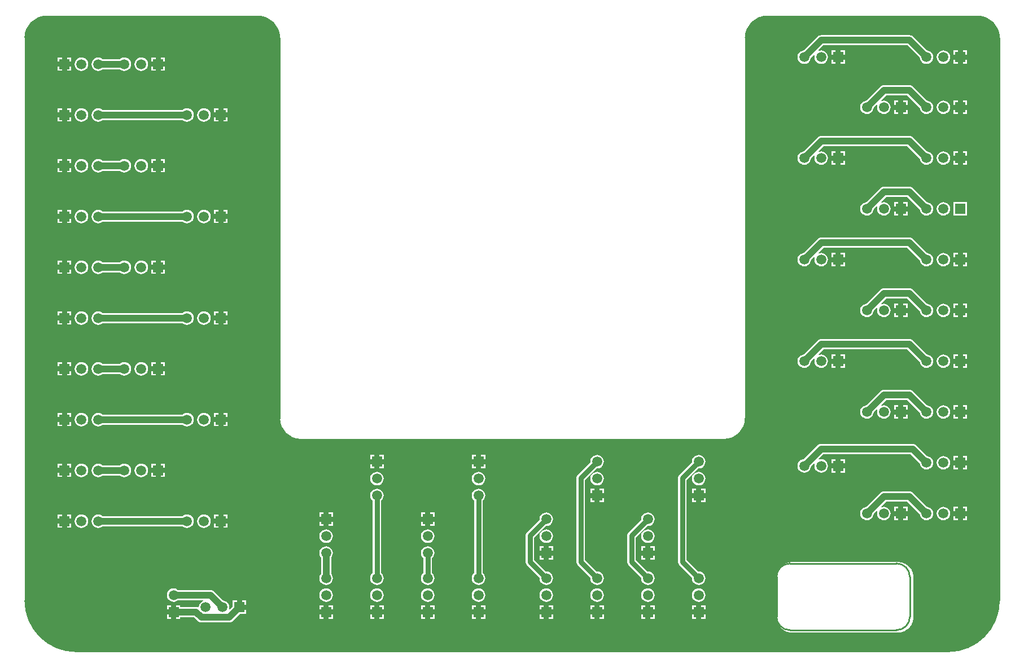
<source format=gtl>
G04*
G04 #@! TF.GenerationSoftware,Altium Limited,Altium Designer,18.1.9 (240)*
G04*
G04 Layer_Physical_Order=1*
G04 Layer_Color=255*
%FSLAX44Y44*%
%MOMM*%
G71*
G01*
G75*
%ADD10C,0.2540*%
%ADD15C,1.0160*%
%ADD16C,0.7620*%
%ADD17C,1.5000*%
%ADD18R,1.5000X1.5000*%
%ADD19R,1.5000X1.5000*%
G36*
X1434957Y951957D02*
X1438978Y950880D01*
X1442823Y949287D01*
X1446427Y947206D01*
X1449729Y944672D01*
X1452672Y941729D01*
X1455206Y938427D01*
X1457287Y934823D01*
X1458880Y930978D01*
X1459957Y926957D01*
X1460500Y922831D01*
Y920750D01*
Y76200D01*
Y72456D01*
X1459766Y65006D01*
X1458306Y57663D01*
X1456132Y50498D01*
X1453267Y43581D01*
X1449738Y36978D01*
X1445578Y30753D01*
X1440829Y24966D01*
X1435535Y19671D01*
X1429747Y14922D01*
X1423522Y10762D01*
X1416919Y7233D01*
X1410002Y4368D01*
X1402837Y2194D01*
X1395494Y734D01*
X1388044Y0D01*
X72456D01*
X65006Y734D01*
X57663Y2194D01*
X50498Y4368D01*
X43581Y7233D01*
X36978Y10762D01*
X30753Y14922D01*
X24966Y19671D01*
X19671Y24966D01*
X14922Y30753D01*
X10762Y36978D01*
X7233Y43581D01*
X4368Y50498D01*
X2194Y57663D01*
X734Y65006D01*
X0Y72456D01*
Y76200D01*
Y920750D01*
Y922831D01*
X543Y926957D01*
X1620Y930978D01*
X3213Y934823D01*
X5294Y938427D01*
X7828Y941729D01*
X10771Y944672D01*
X14073Y947206D01*
X17677Y949287D01*
X21522Y950880D01*
X25543Y951957D01*
X29669Y952500D01*
X351331D01*
X355457Y951957D01*
X359478Y950880D01*
X363323Y949287D01*
X366927Y947206D01*
X370229Y944672D01*
X373172Y941729D01*
X375706Y938427D01*
X377787Y934823D01*
X379380Y930978D01*
X380457Y926957D01*
X381000Y922831D01*
Y920750D01*
X381000D01*
X381000Y349250D01*
X381068Y347173D01*
X381610Y343056D01*
X382685Y339044D01*
X384274Y335207D01*
X386351Y331611D01*
X388879Y328316D01*
X391816Y325379D01*
X395111Y322851D01*
X398707Y320774D01*
X402544Y319185D01*
X406556Y318110D01*
X410673Y317568D01*
X412750Y317500D01*
X1048766D01*
X1050843Y317568D01*
X1054960Y318110D01*
X1058972Y319185D01*
X1062809Y320774D01*
X1066405Y322851D01*
X1069700Y325379D01*
X1072637Y328316D01*
X1075165Y331611D01*
X1077242Y335207D01*
X1078831Y339044D01*
X1079906Y343056D01*
X1080448Y347173D01*
X1080516Y349250D01*
Y920750D01*
Y922831D01*
X1081059Y926957D01*
X1082136Y930978D01*
X1083729Y934823D01*
X1085810Y938427D01*
X1088344Y941729D01*
X1091287Y944672D01*
X1094589Y947206D01*
X1098193Y949287D01*
X1102038Y950880D01*
X1106059Y951957D01*
X1110185Y952500D01*
X1430831D01*
X1434957Y951957D01*
D02*
G37*
%LPC*%
G36*
X1412628Y901580D02*
X1406398D01*
Y895350D01*
X1412628D01*
Y901580D01*
D02*
G37*
G36*
X1229240D02*
X1223010D01*
Y895350D01*
X1229240D01*
Y901580D01*
D02*
G37*
G36*
X1215390D02*
X1209160D01*
Y895350D01*
X1215390D01*
Y901580D01*
D02*
G37*
G36*
X1398778D02*
X1392548D01*
Y895350D01*
X1398778D01*
Y901580D01*
D02*
G37*
G36*
X148590Y891253D02*
X145969Y890908D01*
X143527Y889896D01*
X142114Y888812D01*
X116204D01*
X114791Y889896D01*
X112349Y890908D01*
X109728Y891253D01*
X107107Y890908D01*
X104665Y889896D01*
X102567Y888287D01*
X100958Y886189D01*
X99946Y883747D01*
X99601Y881126D01*
X99946Y878505D01*
X100958Y876063D01*
X102567Y873965D01*
X104665Y872356D01*
X107107Y871344D01*
X109728Y870999D01*
X112349Y871344D01*
X114791Y872356D01*
X116204Y873440D01*
X142114D01*
X143527Y872356D01*
X145969Y871344D01*
X148590Y870999D01*
X151211Y871344D01*
X153653Y872356D01*
X155751Y873965D01*
X157360Y876063D01*
X158372Y878505D01*
X158717Y881126D01*
X158372Y883747D01*
X157360Y886189D01*
X155751Y888287D01*
X153653Y889896D01*
X151211Y890908D01*
X148590Y891253D01*
D02*
G37*
G36*
X209430Y891166D02*
X203200D01*
Y884936D01*
X209430D01*
Y891166D01*
D02*
G37*
G36*
X68968D02*
X62738D01*
Y884936D01*
X68968D01*
Y891166D01*
D02*
G37*
G36*
X55118D02*
X48888D01*
Y884936D01*
X55118D01*
Y891166D01*
D02*
G37*
G36*
X195580D02*
X189350D01*
Y884936D01*
X195580D01*
Y891166D01*
D02*
G37*
G36*
X1412628Y887730D02*
X1406398D01*
Y881500D01*
X1412628D01*
Y887730D01*
D02*
G37*
G36*
X1398778D02*
X1392548D01*
Y881500D01*
X1398778D01*
Y887730D01*
D02*
G37*
G36*
X1229240D02*
X1223010D01*
Y881500D01*
X1229240D01*
Y887730D01*
D02*
G37*
G36*
X1215390D02*
X1209160D01*
Y881500D01*
X1215390D01*
Y887730D01*
D02*
G37*
G36*
X1377188Y901667D02*
X1374567Y901322D01*
X1372125Y900310D01*
X1370027Y898701D01*
X1368418Y896603D01*
X1367406Y894161D01*
X1367061Y891540D01*
X1367406Y888919D01*
X1368418Y886477D01*
X1370027Y884379D01*
X1372125Y882770D01*
X1374567Y881758D01*
X1377188Y881413D01*
X1379809Y881758D01*
X1382251Y882770D01*
X1384349Y884379D01*
X1385958Y886477D01*
X1386970Y888919D01*
X1387315Y891540D01*
X1386970Y894161D01*
X1385958Y896603D01*
X1384349Y898701D01*
X1382251Y900310D01*
X1379809Y901322D01*
X1377188Y901667D01*
D02*
G37*
G36*
X1193800Y924626D02*
X1191811Y924364D01*
X1189957Y923596D01*
X1188365Y922375D01*
X1188365Y922375D01*
X1167545Y901554D01*
X1165779Y901322D01*
X1163337Y900310D01*
X1161239Y898701D01*
X1159630Y896603D01*
X1158618Y894161D01*
X1158273Y891540D01*
X1158618Y888919D01*
X1159630Y886477D01*
X1161239Y884379D01*
X1163337Y882770D01*
X1165779Y881758D01*
X1168400Y881413D01*
X1171021Y881758D01*
X1173463Y882770D01*
X1175561Y884379D01*
X1177170Y886477D01*
X1178182Y888919D01*
X1178414Y890685D01*
X1183177Y895447D01*
X1184253Y894728D01*
X1184018Y894161D01*
X1183673Y891540D01*
X1184018Y888919D01*
X1185030Y886477D01*
X1186639Y884379D01*
X1188737Y882770D01*
X1191179Y881758D01*
X1193800Y881413D01*
X1196421Y881758D01*
X1198863Y882770D01*
X1200961Y884379D01*
X1202570Y886477D01*
X1203582Y888919D01*
X1203927Y891540D01*
X1203582Y894161D01*
X1202570Y896603D01*
X1200961Y898701D01*
X1198863Y900310D01*
X1196421Y901322D01*
X1193800Y901667D01*
X1191179Y901322D01*
X1190612Y901087D01*
X1189893Y902163D01*
X1196983Y909254D01*
X1323204D01*
X1341774Y890685D01*
X1342006Y888919D01*
X1343018Y886477D01*
X1344627Y884379D01*
X1346725Y882770D01*
X1349167Y881758D01*
X1351788Y881413D01*
X1354409Y881758D01*
X1356851Y882770D01*
X1358949Y884379D01*
X1360558Y886477D01*
X1361570Y888919D01*
X1361915Y891540D01*
X1361570Y894161D01*
X1360558Y896603D01*
X1358949Y898701D01*
X1356851Y900310D01*
X1354409Y901322D01*
X1352643Y901554D01*
X1331823Y922375D01*
X1330231Y923596D01*
X1328377Y924364D01*
X1326388Y924626D01*
X1193800D01*
X1193800Y924626D01*
D02*
G37*
G36*
X209430Y877316D02*
X203200D01*
Y871086D01*
X209430D01*
Y877316D01*
D02*
G37*
G36*
X195580D02*
X189350D01*
Y871086D01*
X195580D01*
Y877316D01*
D02*
G37*
G36*
X68968D02*
X62738D01*
Y871086D01*
X68968D01*
Y877316D01*
D02*
G37*
G36*
X55118D02*
X48888D01*
Y871086D01*
X55118D01*
Y877316D01*
D02*
G37*
G36*
X173990Y891253D02*
X171369Y890908D01*
X168927Y889896D01*
X166829Y888287D01*
X165220Y886189D01*
X164208Y883747D01*
X163863Y881126D01*
X164208Y878505D01*
X165220Y876063D01*
X166829Y873965D01*
X168927Y872356D01*
X171369Y871344D01*
X173990Y870999D01*
X176611Y871344D01*
X179053Y872356D01*
X181151Y873965D01*
X182760Y876063D01*
X183772Y878505D01*
X184117Y881126D01*
X183772Y883747D01*
X182760Y886189D01*
X181151Y888287D01*
X179053Y889896D01*
X176611Y890908D01*
X173990Y891253D01*
D02*
G37*
G36*
X84328D02*
X81707Y890908D01*
X79265Y889896D01*
X77167Y888287D01*
X75558Y886189D01*
X74546Y883747D01*
X74201Y881126D01*
X74546Y878505D01*
X75558Y876063D01*
X77167Y873965D01*
X79265Y872356D01*
X81707Y871344D01*
X84328Y870999D01*
X86949Y871344D01*
X89391Y872356D01*
X91489Y873965D01*
X93098Y876063D01*
X94110Y878505D01*
X94455Y881126D01*
X94110Y883747D01*
X93098Y886189D01*
X91489Y888287D01*
X89391Y889896D01*
X86949Y890908D01*
X84328Y891253D01*
D02*
G37*
G36*
X1412628Y826396D02*
X1406398D01*
Y820166D01*
X1412628D01*
Y826396D01*
D02*
G37*
G36*
X1323220D02*
X1316990D01*
Y820166D01*
X1323220D01*
Y826396D01*
D02*
G37*
G36*
X1309370D02*
X1303140D01*
Y820166D01*
X1309370D01*
Y826396D01*
D02*
G37*
G36*
X1398778D02*
X1392548D01*
Y820166D01*
X1398778D01*
Y826396D01*
D02*
G37*
G36*
X242570Y815053D02*
X239949Y814708D01*
X237507Y813696D01*
X236094Y812612D01*
X116204D01*
X114791Y813696D01*
X112349Y814708D01*
X109728Y815053D01*
X107107Y814708D01*
X104665Y813696D01*
X102567Y812087D01*
X100958Y809989D01*
X99946Y807547D01*
X99601Y804926D01*
X99946Y802305D01*
X100958Y799863D01*
X102567Y797765D01*
X104665Y796156D01*
X107107Y795144D01*
X109728Y794799D01*
X112349Y795144D01*
X114791Y796156D01*
X116204Y797240D01*
X236094D01*
X237507Y796156D01*
X239949Y795144D01*
X242570Y794799D01*
X245191Y795144D01*
X247633Y796156D01*
X249731Y797765D01*
X251340Y799863D01*
X252352Y802305D01*
X252697Y804926D01*
X252352Y807547D01*
X251340Y809989D01*
X249731Y812087D01*
X247633Y813696D01*
X245191Y814708D01*
X242570Y815053D01*
D02*
G37*
G36*
X303410Y814966D02*
X297180D01*
Y808736D01*
X303410D01*
Y814966D01*
D02*
G37*
G36*
X68968D02*
X62738D01*
Y808736D01*
X68968D01*
Y814966D01*
D02*
G37*
G36*
X55118D02*
X48888D01*
Y808736D01*
X55118D01*
Y814966D01*
D02*
G37*
G36*
X289560D02*
X283330D01*
Y808736D01*
X289560D01*
Y814966D01*
D02*
G37*
G36*
X1412628Y812546D02*
X1406398D01*
Y806316D01*
X1412628D01*
Y812546D01*
D02*
G37*
G36*
X1398778D02*
X1392548D01*
Y806316D01*
X1398778D01*
Y812546D01*
D02*
G37*
G36*
X1323220D02*
X1316990D01*
Y806316D01*
X1323220D01*
Y812546D01*
D02*
G37*
G36*
X1309370D02*
X1303140D01*
Y806316D01*
X1309370D01*
Y812546D01*
D02*
G37*
G36*
X1377188Y826483D02*
X1374567Y826138D01*
X1372125Y825126D01*
X1370027Y823517D01*
X1368418Y821419D01*
X1367406Y818977D01*
X1367061Y816356D01*
X1367406Y813735D01*
X1368418Y811293D01*
X1370027Y809195D01*
X1372125Y807586D01*
X1374567Y806574D01*
X1377188Y806229D01*
X1379809Y806574D01*
X1382251Y807586D01*
X1384349Y809195D01*
X1385958Y811293D01*
X1386970Y813735D01*
X1387315Y816356D01*
X1386970Y818977D01*
X1385958Y821419D01*
X1384349Y823517D01*
X1382251Y825126D01*
X1379809Y826138D01*
X1377188Y826483D01*
D02*
G37*
G36*
X1288034Y849696D02*
X1286045Y849434D01*
X1284191Y848666D01*
X1282599Y847445D01*
X1261525Y826370D01*
X1259759Y826138D01*
X1257317Y825126D01*
X1255219Y823517D01*
X1253610Y821419D01*
X1252598Y818977D01*
X1252253Y816356D01*
X1252598Y813735D01*
X1253610Y811293D01*
X1255219Y809195D01*
X1257317Y807586D01*
X1259759Y806574D01*
X1262380Y806229D01*
X1265001Y806574D01*
X1267443Y807586D01*
X1269541Y809195D01*
X1271150Y811293D01*
X1272162Y813735D01*
X1272394Y815501D01*
X1277157Y820263D01*
X1278233Y819544D01*
X1277998Y818977D01*
X1277653Y816356D01*
X1277998Y813735D01*
X1279010Y811293D01*
X1280619Y809195D01*
X1282717Y807586D01*
X1285159Y806574D01*
X1287780Y806229D01*
X1290401Y806574D01*
X1292843Y807586D01*
X1294941Y809195D01*
X1296550Y811293D01*
X1297562Y813735D01*
X1297907Y816356D01*
X1297562Y818977D01*
X1296550Y821419D01*
X1294941Y823517D01*
X1292843Y825126D01*
X1290401Y826138D01*
X1287780Y826483D01*
X1285159Y826138D01*
X1284592Y825903D01*
X1283873Y826979D01*
X1291218Y834324D01*
X1322950D01*
X1341774Y815501D01*
X1342006Y813735D01*
X1343018Y811293D01*
X1344627Y809195D01*
X1346725Y807586D01*
X1349167Y806574D01*
X1351788Y806229D01*
X1354409Y806574D01*
X1356851Y807586D01*
X1358949Y809195D01*
X1360558Y811293D01*
X1361570Y813735D01*
X1361915Y816356D01*
X1361570Y818977D01*
X1360558Y821419D01*
X1358949Y823517D01*
X1356851Y825126D01*
X1354409Y826138D01*
X1352643Y826370D01*
X1331569Y847445D01*
X1329977Y848666D01*
X1328123Y849434D01*
X1326134Y849696D01*
X1288034D01*
X1288034Y849696D01*
D02*
G37*
G36*
X303410Y801116D02*
X297180D01*
Y794886D01*
X303410D01*
Y801116D01*
D02*
G37*
G36*
X289560D02*
X283330D01*
Y794886D01*
X289560D01*
Y801116D01*
D02*
G37*
G36*
X68968D02*
X62738D01*
Y794886D01*
X68968D01*
Y801116D01*
D02*
G37*
G36*
X55118D02*
X48888D01*
Y794886D01*
X55118D01*
Y801116D01*
D02*
G37*
G36*
X267970Y815053D02*
X265349Y814708D01*
X262907Y813696D01*
X260809Y812087D01*
X259200Y809989D01*
X258188Y807547D01*
X257843Y804926D01*
X258188Y802305D01*
X259200Y799863D01*
X260809Y797765D01*
X262907Y796156D01*
X265349Y795144D01*
X267970Y794799D01*
X270591Y795144D01*
X273033Y796156D01*
X275131Y797765D01*
X276740Y799863D01*
X277752Y802305D01*
X278097Y804926D01*
X277752Y807547D01*
X276740Y809989D01*
X275131Y812087D01*
X273033Y813696D01*
X270591Y814708D01*
X267970Y815053D01*
D02*
G37*
G36*
X84328D02*
X81707Y814708D01*
X79265Y813696D01*
X77167Y812087D01*
X75558Y809989D01*
X74546Y807547D01*
X74201Y804926D01*
X74546Y802305D01*
X75558Y799863D01*
X77167Y797765D01*
X79265Y796156D01*
X81707Y795144D01*
X84328Y794799D01*
X86949Y795144D01*
X89391Y796156D01*
X91489Y797765D01*
X93098Y799863D01*
X94110Y802305D01*
X94455Y804926D01*
X94110Y807547D01*
X93098Y809989D01*
X91489Y812087D01*
X89391Y813696D01*
X86949Y814708D01*
X84328Y815053D01*
D02*
G37*
G36*
X1412628Y750196D02*
X1406398D01*
Y743966D01*
X1412628D01*
Y750196D01*
D02*
G37*
G36*
X1229240D02*
X1223010D01*
Y743966D01*
X1229240D01*
Y750196D01*
D02*
G37*
G36*
X1215390D02*
X1209160D01*
Y743966D01*
X1215390D01*
Y750196D01*
D02*
G37*
G36*
X1398778D02*
X1392548D01*
Y743966D01*
X1398778D01*
Y750196D01*
D02*
G37*
G36*
X148590Y738853D02*
X145969Y738508D01*
X143527Y737496D01*
X142114Y736412D01*
X116204D01*
X114791Y737496D01*
X112349Y738508D01*
X109728Y738853D01*
X107107Y738508D01*
X104665Y737496D01*
X102567Y735887D01*
X100958Y733789D01*
X99946Y731347D01*
X99601Y728726D01*
X99946Y726105D01*
X100958Y723663D01*
X102567Y721565D01*
X104665Y719956D01*
X107107Y718944D01*
X109728Y718599D01*
X112349Y718944D01*
X114791Y719956D01*
X116204Y721040D01*
X142114D01*
X143527Y719956D01*
X145969Y718944D01*
X148590Y718599D01*
X151211Y718944D01*
X153653Y719956D01*
X155751Y721565D01*
X157360Y723663D01*
X158372Y726105D01*
X158717Y728726D01*
X158372Y731347D01*
X157360Y733789D01*
X155751Y735887D01*
X153653Y737496D01*
X151211Y738508D01*
X148590Y738853D01*
D02*
G37*
G36*
X209430Y738766D02*
X203200D01*
Y732536D01*
X209430D01*
Y738766D01*
D02*
G37*
G36*
X68968D02*
X62738D01*
Y732536D01*
X68968D01*
Y738766D01*
D02*
G37*
G36*
X55118D02*
X48888D01*
Y732536D01*
X55118D01*
Y738766D01*
D02*
G37*
G36*
X195580D02*
X189350D01*
Y732536D01*
X195580D01*
Y738766D01*
D02*
G37*
G36*
X1412628Y736346D02*
X1406398D01*
Y730116D01*
X1412628D01*
Y736346D01*
D02*
G37*
G36*
X1398778D02*
X1392548D01*
Y730116D01*
X1398778D01*
Y736346D01*
D02*
G37*
G36*
X1229240D02*
X1223010D01*
Y730116D01*
X1229240D01*
Y736346D01*
D02*
G37*
G36*
X1215390D02*
X1209160D01*
Y730116D01*
X1215390D01*
Y736346D01*
D02*
G37*
G36*
X1377188Y750283D02*
X1374567Y749938D01*
X1372125Y748926D01*
X1370027Y747317D01*
X1368418Y745219D01*
X1367406Y742777D01*
X1367061Y740156D01*
X1367406Y737535D01*
X1368418Y735093D01*
X1370027Y732995D01*
X1372125Y731386D01*
X1374567Y730374D01*
X1377188Y730029D01*
X1379809Y730374D01*
X1382251Y731386D01*
X1384349Y732995D01*
X1385958Y735093D01*
X1386970Y737535D01*
X1387315Y740156D01*
X1386970Y742777D01*
X1385958Y745219D01*
X1384349Y747317D01*
X1382251Y748926D01*
X1379809Y749938D01*
X1377188Y750283D01*
D02*
G37*
G36*
X1194054Y773496D02*
X1192065Y773234D01*
X1190211Y772466D01*
X1188619Y771245D01*
X1167545Y750170D01*
X1165779Y749938D01*
X1163337Y748926D01*
X1161239Y747317D01*
X1159630Y745219D01*
X1158618Y742777D01*
X1158273Y740156D01*
X1158618Y737535D01*
X1159630Y735093D01*
X1161239Y732995D01*
X1163337Y731386D01*
X1165779Y730374D01*
X1168400Y730029D01*
X1171021Y730374D01*
X1173463Y731386D01*
X1175561Y732995D01*
X1177170Y735093D01*
X1178182Y737535D01*
X1178414Y739301D01*
X1183177Y744063D01*
X1184253Y743344D01*
X1184018Y742777D01*
X1183673Y740156D01*
X1184018Y737535D01*
X1185030Y735093D01*
X1186639Y732995D01*
X1188737Y731386D01*
X1191179Y730374D01*
X1193800Y730029D01*
X1196421Y730374D01*
X1198863Y731386D01*
X1200961Y732995D01*
X1202570Y735093D01*
X1203582Y737535D01*
X1203927Y740156D01*
X1203582Y742777D01*
X1202570Y745219D01*
X1200961Y747317D01*
X1198863Y748926D01*
X1196421Y749938D01*
X1193800Y750283D01*
X1191179Y749938D01*
X1190612Y749703D01*
X1189893Y750779D01*
X1197238Y758124D01*
X1322950D01*
X1341774Y739301D01*
X1342006Y737535D01*
X1343018Y735093D01*
X1344627Y732995D01*
X1346725Y731386D01*
X1349167Y730374D01*
X1351788Y730029D01*
X1354409Y730374D01*
X1356851Y731386D01*
X1358949Y732995D01*
X1360558Y735093D01*
X1361570Y737535D01*
X1361915Y740156D01*
X1361570Y742777D01*
X1360558Y745219D01*
X1358949Y747317D01*
X1356851Y748926D01*
X1354409Y749938D01*
X1352643Y750170D01*
X1331569Y771245D01*
X1329977Y772466D01*
X1328123Y773234D01*
X1326134Y773496D01*
X1194054D01*
X1194054Y773496D01*
D02*
G37*
G36*
X209430Y724916D02*
X203200D01*
Y718686D01*
X209430D01*
Y724916D01*
D02*
G37*
G36*
X195580D02*
X189350D01*
Y718686D01*
X195580D01*
Y724916D01*
D02*
G37*
G36*
X68968D02*
X62738D01*
Y718686D01*
X68968D01*
Y724916D01*
D02*
G37*
G36*
X55118D02*
X48888D01*
Y718686D01*
X55118D01*
Y724916D01*
D02*
G37*
G36*
X173990Y738853D02*
X171369Y738508D01*
X168927Y737496D01*
X166829Y735887D01*
X165220Y733789D01*
X164208Y731347D01*
X163863Y728726D01*
X164208Y726105D01*
X165220Y723663D01*
X166829Y721565D01*
X168927Y719956D01*
X171369Y718944D01*
X173990Y718599D01*
X176611Y718944D01*
X179053Y719956D01*
X181151Y721565D01*
X182760Y723663D01*
X183772Y726105D01*
X184117Y728726D01*
X183772Y731347D01*
X182760Y733789D01*
X181151Y735887D01*
X179053Y737496D01*
X176611Y738508D01*
X173990Y738853D01*
D02*
G37*
G36*
X84328D02*
X81707Y738508D01*
X79265Y737496D01*
X77167Y735887D01*
X75558Y733789D01*
X74546Y731347D01*
X74201Y728726D01*
X74546Y726105D01*
X75558Y723663D01*
X77167Y721565D01*
X79265Y719956D01*
X81707Y718944D01*
X84328Y718599D01*
X86949Y718944D01*
X89391Y719956D01*
X91489Y721565D01*
X93098Y723663D01*
X94110Y726105D01*
X94455Y728726D01*
X94110Y731347D01*
X93098Y733789D01*
X91489Y735887D01*
X89391Y737496D01*
X86949Y738508D01*
X84328Y738853D01*
D02*
G37*
G36*
X1323220Y673996D02*
X1316990D01*
Y667766D01*
X1323220D01*
Y673996D01*
D02*
G37*
G36*
X1309370D02*
X1303140D01*
Y667766D01*
X1309370D01*
Y673996D01*
D02*
G37*
G36*
X242570Y662653D02*
X239949Y662308D01*
X237507Y661296D01*
X236094Y660212D01*
X116204D01*
X114791Y661296D01*
X112349Y662308D01*
X109728Y662653D01*
X107107Y662308D01*
X104665Y661296D01*
X102567Y659687D01*
X100958Y657589D01*
X99946Y655147D01*
X99601Y652526D01*
X99946Y649905D01*
X100958Y647463D01*
X102567Y645365D01*
X104665Y643756D01*
X107107Y642744D01*
X109728Y642399D01*
X112349Y642744D01*
X114791Y643756D01*
X116204Y644840D01*
X236094D01*
X237507Y643756D01*
X239949Y642744D01*
X242570Y642399D01*
X245191Y642744D01*
X247633Y643756D01*
X249731Y645365D01*
X251340Y647463D01*
X252352Y649905D01*
X252697Y652526D01*
X252352Y655147D01*
X251340Y657589D01*
X249731Y659687D01*
X247633Y661296D01*
X245191Y662308D01*
X242570Y662653D01*
D02*
G37*
G36*
X303410Y662566D02*
X297180D01*
Y656336D01*
X303410D01*
Y662566D01*
D02*
G37*
G36*
X68968D02*
X62738D01*
Y656336D01*
X68968D01*
Y662566D01*
D02*
G37*
G36*
X55118D02*
X48888D01*
Y656336D01*
X55118D01*
Y662566D01*
D02*
G37*
G36*
X289560D02*
X283330D01*
Y656336D01*
X289560D01*
Y662566D01*
D02*
G37*
G36*
X1412628Y673996D02*
X1392548D01*
Y653916D01*
X1412628D01*
Y673996D01*
D02*
G37*
G36*
X1323220Y660146D02*
X1316990D01*
Y653916D01*
X1323220D01*
Y660146D01*
D02*
G37*
G36*
X1309370D02*
X1303140D01*
Y653916D01*
X1309370D01*
Y660146D01*
D02*
G37*
G36*
X1377188Y674083D02*
X1374567Y673738D01*
X1372125Y672726D01*
X1370027Y671117D01*
X1368418Y669019D01*
X1367406Y666577D01*
X1367061Y663956D01*
X1367406Y661335D01*
X1368418Y658893D01*
X1370027Y656795D01*
X1372125Y655186D01*
X1374567Y654174D01*
X1377188Y653829D01*
X1379809Y654174D01*
X1382251Y655186D01*
X1384349Y656795D01*
X1385958Y658893D01*
X1386970Y661335D01*
X1387315Y663956D01*
X1386970Y666577D01*
X1385958Y669019D01*
X1384349Y671117D01*
X1382251Y672726D01*
X1379809Y673738D01*
X1377188Y674083D01*
D02*
G37*
G36*
X1288034Y697296D02*
X1286045Y697034D01*
X1284191Y696266D01*
X1282599Y695045D01*
X1261525Y673970D01*
X1259759Y673738D01*
X1257317Y672726D01*
X1255219Y671117D01*
X1253610Y669019D01*
X1252598Y666577D01*
X1252253Y663956D01*
X1252598Y661335D01*
X1253610Y658893D01*
X1255219Y656795D01*
X1257317Y655186D01*
X1259759Y654174D01*
X1262380Y653829D01*
X1265001Y654174D01*
X1267443Y655186D01*
X1269541Y656795D01*
X1271150Y658893D01*
X1272162Y661335D01*
X1272394Y663101D01*
X1277157Y667863D01*
X1278233Y667144D01*
X1277998Y666577D01*
X1277653Y663956D01*
X1277998Y661335D01*
X1279010Y658893D01*
X1280619Y656795D01*
X1282717Y655186D01*
X1285159Y654174D01*
X1287780Y653829D01*
X1290401Y654174D01*
X1292843Y655186D01*
X1294941Y656795D01*
X1296550Y658893D01*
X1297562Y661335D01*
X1297907Y663956D01*
X1297562Y666577D01*
X1296550Y669019D01*
X1294941Y671117D01*
X1292843Y672726D01*
X1290401Y673738D01*
X1287780Y674083D01*
X1285159Y673738D01*
X1284592Y673503D01*
X1283873Y674579D01*
X1291218Y681924D01*
X1322950D01*
X1341774Y663101D01*
X1342006Y661335D01*
X1343018Y658893D01*
X1344627Y656795D01*
X1346725Y655186D01*
X1349167Y654174D01*
X1351788Y653829D01*
X1354409Y654174D01*
X1356851Y655186D01*
X1358949Y656795D01*
X1360558Y658893D01*
X1361570Y661335D01*
X1361915Y663956D01*
X1361570Y666577D01*
X1360558Y669019D01*
X1358949Y671117D01*
X1356851Y672726D01*
X1354409Y673738D01*
X1352643Y673970D01*
X1331569Y695045D01*
X1329977Y696266D01*
X1328123Y697034D01*
X1326134Y697296D01*
X1288034D01*
X1288034Y697296D01*
D02*
G37*
G36*
X303410Y648716D02*
X297180D01*
Y642486D01*
X303410D01*
Y648716D01*
D02*
G37*
G36*
X289560D02*
X283330D01*
Y642486D01*
X289560D01*
Y648716D01*
D02*
G37*
G36*
X68968D02*
X62738D01*
Y642486D01*
X68968D01*
Y648716D01*
D02*
G37*
G36*
X55118D02*
X48888D01*
Y642486D01*
X55118D01*
Y648716D01*
D02*
G37*
G36*
X267970Y662653D02*
X265349Y662308D01*
X262907Y661296D01*
X260809Y659687D01*
X259200Y657589D01*
X258188Y655147D01*
X257843Y652526D01*
X258188Y649905D01*
X259200Y647463D01*
X260809Y645365D01*
X262907Y643756D01*
X265349Y642744D01*
X267970Y642399D01*
X270591Y642744D01*
X273033Y643756D01*
X275131Y645365D01*
X276740Y647463D01*
X277752Y649905D01*
X278097Y652526D01*
X277752Y655147D01*
X276740Y657589D01*
X275131Y659687D01*
X273033Y661296D01*
X270591Y662308D01*
X267970Y662653D01*
D02*
G37*
G36*
X84328D02*
X81707Y662308D01*
X79265Y661296D01*
X77167Y659687D01*
X75558Y657589D01*
X74546Y655147D01*
X74201Y652526D01*
X74546Y649905D01*
X75558Y647463D01*
X77167Y645365D01*
X79265Y643756D01*
X81707Y642744D01*
X84328Y642399D01*
X86949Y642744D01*
X89391Y643756D01*
X91489Y645365D01*
X93098Y647463D01*
X94110Y649905D01*
X94455Y652526D01*
X94110Y655147D01*
X93098Y657589D01*
X91489Y659687D01*
X89391Y661296D01*
X86949Y662308D01*
X84328Y662653D01*
D02*
G37*
G36*
X1412628Y597796D02*
X1406398D01*
Y591566D01*
X1412628D01*
Y597796D01*
D02*
G37*
G36*
X1229240D02*
X1223010D01*
Y591566D01*
X1229240D01*
Y597796D01*
D02*
G37*
G36*
X1215390D02*
X1209160D01*
Y591566D01*
X1215390D01*
Y597796D01*
D02*
G37*
G36*
X1398778D02*
X1392548D01*
Y591566D01*
X1398778D01*
Y597796D01*
D02*
G37*
G36*
X148590Y586453D02*
X145969Y586108D01*
X143527Y585096D01*
X142114Y584012D01*
X116204D01*
X114791Y585096D01*
X112349Y586108D01*
X109728Y586453D01*
X107107Y586108D01*
X104665Y585096D01*
X102567Y583487D01*
X100958Y581389D01*
X99946Y578947D01*
X99601Y576326D01*
X99946Y573705D01*
X100958Y571263D01*
X102567Y569165D01*
X104665Y567556D01*
X107107Y566544D01*
X109728Y566199D01*
X112349Y566544D01*
X114791Y567556D01*
X116204Y568640D01*
X142114D01*
X143527Y567556D01*
X145969Y566544D01*
X148590Y566199D01*
X151211Y566544D01*
X153653Y567556D01*
X155751Y569165D01*
X157360Y571263D01*
X158372Y573705D01*
X158717Y576326D01*
X158372Y578947D01*
X157360Y581389D01*
X155751Y583487D01*
X153653Y585096D01*
X151211Y586108D01*
X148590Y586453D01*
D02*
G37*
G36*
X209430Y586366D02*
X203200D01*
Y580136D01*
X209430D01*
Y586366D01*
D02*
G37*
G36*
X68968D02*
X62738D01*
Y580136D01*
X68968D01*
Y586366D01*
D02*
G37*
G36*
X55118D02*
X48888D01*
Y580136D01*
X55118D01*
Y586366D01*
D02*
G37*
G36*
X195580D02*
X189350D01*
Y580136D01*
X195580D01*
Y586366D01*
D02*
G37*
G36*
X1412628Y583946D02*
X1406398D01*
Y577716D01*
X1412628D01*
Y583946D01*
D02*
G37*
G36*
X1398778D02*
X1392548D01*
Y577716D01*
X1398778D01*
Y583946D01*
D02*
G37*
G36*
X1229240D02*
X1223010D01*
Y577716D01*
X1229240D01*
Y583946D01*
D02*
G37*
G36*
X1215390D02*
X1209160D01*
Y577716D01*
X1215390D01*
Y583946D01*
D02*
G37*
G36*
X1377188Y597883D02*
X1374567Y597538D01*
X1372125Y596526D01*
X1370027Y594917D01*
X1368418Y592819D01*
X1367406Y590377D01*
X1367061Y587756D01*
X1367406Y585135D01*
X1368418Y582693D01*
X1370027Y580595D01*
X1372125Y578986D01*
X1374567Y577974D01*
X1377188Y577629D01*
X1379809Y577974D01*
X1382251Y578986D01*
X1384349Y580595D01*
X1385958Y582693D01*
X1386970Y585135D01*
X1387315Y587756D01*
X1386970Y590377D01*
X1385958Y592819D01*
X1384349Y594917D01*
X1382251Y596526D01*
X1379809Y597538D01*
X1377188Y597883D01*
D02*
G37*
G36*
X1194054Y621096D02*
X1192065Y620834D01*
X1190211Y620066D01*
X1188619Y618845D01*
X1167545Y597770D01*
X1165779Y597538D01*
X1163337Y596526D01*
X1161239Y594917D01*
X1159630Y592819D01*
X1158618Y590377D01*
X1158273Y587756D01*
X1158618Y585135D01*
X1159630Y582693D01*
X1161239Y580595D01*
X1163337Y578986D01*
X1165779Y577974D01*
X1168400Y577629D01*
X1171021Y577974D01*
X1173463Y578986D01*
X1175561Y580595D01*
X1177170Y582693D01*
X1178182Y585135D01*
X1178414Y586901D01*
X1183177Y591663D01*
X1184253Y590944D01*
X1184018Y590377D01*
X1183673Y587756D01*
X1184018Y585135D01*
X1185030Y582693D01*
X1186639Y580595D01*
X1188737Y578986D01*
X1191179Y577974D01*
X1193800Y577629D01*
X1196421Y577974D01*
X1198863Y578986D01*
X1200961Y580595D01*
X1202570Y582693D01*
X1203582Y585135D01*
X1203927Y587756D01*
X1203582Y590377D01*
X1202570Y592819D01*
X1200961Y594917D01*
X1198863Y596526D01*
X1196421Y597538D01*
X1193800Y597883D01*
X1191179Y597538D01*
X1190612Y597303D01*
X1189893Y598379D01*
X1197238Y605724D01*
X1322950D01*
X1341774Y586901D01*
X1342006Y585135D01*
X1343018Y582693D01*
X1344627Y580595D01*
X1346725Y578986D01*
X1349167Y577974D01*
X1351788Y577629D01*
X1354409Y577974D01*
X1356851Y578986D01*
X1358949Y580595D01*
X1360558Y582693D01*
X1361570Y585135D01*
X1361915Y587756D01*
X1361570Y590377D01*
X1360558Y592819D01*
X1358949Y594917D01*
X1356851Y596526D01*
X1354409Y597538D01*
X1352643Y597770D01*
X1331569Y618845D01*
X1329977Y620066D01*
X1328123Y620834D01*
X1326134Y621096D01*
X1194054D01*
X1194054Y621096D01*
D02*
G37*
G36*
X209430Y572516D02*
X203200D01*
Y566286D01*
X209430D01*
Y572516D01*
D02*
G37*
G36*
X195580D02*
X189350D01*
Y566286D01*
X195580D01*
Y572516D01*
D02*
G37*
G36*
X68968D02*
X62738D01*
Y566286D01*
X68968D01*
Y572516D01*
D02*
G37*
G36*
X55118D02*
X48888D01*
Y566286D01*
X55118D01*
Y572516D01*
D02*
G37*
G36*
X173990Y586453D02*
X171369Y586108D01*
X168927Y585096D01*
X166829Y583487D01*
X165220Y581389D01*
X164208Y578947D01*
X163863Y576326D01*
X164208Y573705D01*
X165220Y571263D01*
X166829Y569165D01*
X168927Y567556D01*
X171369Y566544D01*
X173990Y566199D01*
X176611Y566544D01*
X179053Y567556D01*
X181151Y569165D01*
X182760Y571263D01*
X183772Y573705D01*
X184117Y576326D01*
X183772Y578947D01*
X182760Y581389D01*
X181151Y583487D01*
X179053Y585096D01*
X176611Y586108D01*
X173990Y586453D01*
D02*
G37*
G36*
X84328D02*
X81707Y586108D01*
X79265Y585096D01*
X77167Y583487D01*
X75558Y581389D01*
X74546Y578947D01*
X74201Y576326D01*
X74546Y573705D01*
X75558Y571263D01*
X77167Y569165D01*
X79265Y567556D01*
X81707Y566544D01*
X84328Y566199D01*
X86949Y566544D01*
X89391Y567556D01*
X91489Y569165D01*
X93098Y571263D01*
X94110Y573705D01*
X94455Y576326D01*
X94110Y578947D01*
X93098Y581389D01*
X91489Y583487D01*
X89391Y585096D01*
X86949Y586108D01*
X84328Y586453D01*
D02*
G37*
G36*
X1412628Y521596D02*
X1406398D01*
Y515366D01*
X1412628D01*
Y521596D01*
D02*
G37*
G36*
X1323220D02*
X1316990D01*
Y515366D01*
X1323220D01*
Y521596D01*
D02*
G37*
G36*
X1309370D02*
X1303140D01*
Y515366D01*
X1309370D01*
Y521596D01*
D02*
G37*
G36*
X1398778D02*
X1392548D01*
Y515366D01*
X1398778D01*
Y521596D01*
D02*
G37*
G36*
X242570Y510253D02*
X239949Y509908D01*
X237507Y508896D01*
X236094Y507812D01*
X116204D01*
X114791Y508896D01*
X112349Y509908D01*
X109728Y510253D01*
X107107Y509908D01*
X104665Y508896D01*
X102567Y507287D01*
X100958Y505189D01*
X99946Y502747D01*
X99601Y500126D01*
X99946Y497505D01*
X100958Y495063D01*
X102567Y492965D01*
X104665Y491356D01*
X107107Y490344D01*
X109728Y489999D01*
X112349Y490344D01*
X114791Y491356D01*
X116204Y492440D01*
X236094D01*
X237507Y491356D01*
X239949Y490344D01*
X242570Y489999D01*
X245191Y490344D01*
X247633Y491356D01*
X249731Y492965D01*
X251340Y495063D01*
X252352Y497505D01*
X252697Y500126D01*
X252352Y502747D01*
X251340Y505189D01*
X249731Y507287D01*
X247633Y508896D01*
X245191Y509908D01*
X242570Y510253D01*
D02*
G37*
G36*
X303410Y510166D02*
X297180D01*
Y503936D01*
X303410D01*
Y510166D01*
D02*
G37*
G36*
X68968D02*
X62738D01*
Y503936D01*
X68968D01*
Y510166D01*
D02*
G37*
G36*
X55118D02*
X48888D01*
Y503936D01*
X55118D01*
Y510166D01*
D02*
G37*
G36*
X289560D02*
X283330D01*
Y503936D01*
X289560D01*
Y510166D01*
D02*
G37*
G36*
X1412628Y507746D02*
X1406398D01*
Y501516D01*
X1412628D01*
Y507746D01*
D02*
G37*
G36*
X1398778D02*
X1392548D01*
Y501516D01*
X1398778D01*
Y507746D01*
D02*
G37*
G36*
X1323220D02*
X1316990D01*
Y501516D01*
X1323220D01*
Y507746D01*
D02*
G37*
G36*
X1309370D02*
X1303140D01*
Y501516D01*
X1309370D01*
Y507746D01*
D02*
G37*
G36*
X1377188Y521683D02*
X1374567Y521338D01*
X1372125Y520326D01*
X1370027Y518717D01*
X1368418Y516619D01*
X1367406Y514177D01*
X1367061Y511556D01*
X1367406Y508935D01*
X1368418Y506493D01*
X1370027Y504395D01*
X1372125Y502786D01*
X1374567Y501774D01*
X1377188Y501429D01*
X1379809Y501774D01*
X1382251Y502786D01*
X1384349Y504395D01*
X1385958Y506493D01*
X1386970Y508935D01*
X1387315Y511556D01*
X1386970Y514177D01*
X1385958Y516619D01*
X1384349Y518717D01*
X1382251Y520326D01*
X1379809Y521338D01*
X1377188Y521683D01*
D02*
G37*
G36*
X1288034Y544896D02*
X1286045Y544634D01*
X1284191Y543866D01*
X1282599Y542645D01*
X1261525Y521570D01*
X1259759Y521338D01*
X1257317Y520326D01*
X1255219Y518717D01*
X1253610Y516619D01*
X1252598Y514177D01*
X1252253Y511556D01*
X1252598Y508935D01*
X1253610Y506493D01*
X1255219Y504395D01*
X1257317Y502786D01*
X1259759Y501774D01*
X1262380Y501429D01*
X1265001Y501774D01*
X1267443Y502786D01*
X1269541Y504395D01*
X1271150Y506493D01*
X1272162Y508935D01*
X1272394Y510701D01*
X1277157Y515463D01*
X1278233Y514744D01*
X1277998Y514177D01*
X1277653Y511556D01*
X1277998Y508935D01*
X1279010Y506493D01*
X1280619Y504395D01*
X1282717Y502786D01*
X1285159Y501774D01*
X1287780Y501429D01*
X1290401Y501774D01*
X1292843Y502786D01*
X1294941Y504395D01*
X1296550Y506493D01*
X1297562Y508935D01*
X1297907Y511556D01*
X1297562Y514177D01*
X1296550Y516619D01*
X1294941Y518717D01*
X1292843Y520326D01*
X1290401Y521338D01*
X1287780Y521683D01*
X1285159Y521338D01*
X1284592Y521103D01*
X1283873Y522179D01*
X1291218Y529524D01*
X1322950D01*
X1341774Y510701D01*
X1342006Y508935D01*
X1343018Y506493D01*
X1344627Y504395D01*
X1346725Y502786D01*
X1349167Y501774D01*
X1351788Y501429D01*
X1354409Y501774D01*
X1356851Y502786D01*
X1358949Y504395D01*
X1360558Y506493D01*
X1361570Y508935D01*
X1361915Y511556D01*
X1361570Y514177D01*
X1360558Y516619D01*
X1358949Y518717D01*
X1356851Y520326D01*
X1354409Y521338D01*
X1352643Y521570D01*
X1331569Y542645D01*
X1329977Y543866D01*
X1328123Y544634D01*
X1326134Y544896D01*
X1288034D01*
X1288034Y544896D01*
D02*
G37*
G36*
X303410Y496316D02*
X297180D01*
Y490086D01*
X303410D01*
Y496316D01*
D02*
G37*
G36*
X289560D02*
X283330D01*
Y490086D01*
X289560D01*
Y496316D01*
D02*
G37*
G36*
X68968D02*
X62738D01*
Y490086D01*
X68968D01*
Y496316D01*
D02*
G37*
G36*
X55118D02*
X48888D01*
Y490086D01*
X55118D01*
Y496316D01*
D02*
G37*
G36*
X267970Y510253D02*
X265349Y509908D01*
X262907Y508896D01*
X260809Y507287D01*
X259200Y505189D01*
X258188Y502747D01*
X257843Y500126D01*
X258188Y497505D01*
X259200Y495063D01*
X260809Y492965D01*
X262907Y491356D01*
X265349Y490344D01*
X267970Y489999D01*
X270591Y490344D01*
X273033Y491356D01*
X275131Y492965D01*
X276740Y495063D01*
X277752Y497505D01*
X278097Y500126D01*
X277752Y502747D01*
X276740Y505189D01*
X275131Y507287D01*
X273033Y508896D01*
X270591Y509908D01*
X267970Y510253D01*
D02*
G37*
G36*
X84328D02*
X81707Y509908D01*
X79265Y508896D01*
X77167Y507287D01*
X75558Y505189D01*
X74546Y502747D01*
X74201Y500126D01*
X74546Y497505D01*
X75558Y495063D01*
X77167Y492965D01*
X79265Y491356D01*
X81707Y490344D01*
X84328Y489999D01*
X86949Y490344D01*
X89391Y491356D01*
X91489Y492965D01*
X93098Y495063D01*
X94110Y497505D01*
X94455Y500126D01*
X94110Y502747D01*
X93098Y505189D01*
X91489Y507287D01*
X89391Y508896D01*
X86949Y509908D01*
X84328Y510253D01*
D02*
G37*
G36*
X1412628Y445396D02*
X1406398D01*
Y439166D01*
X1412628D01*
Y445396D01*
D02*
G37*
G36*
X1229240D02*
X1223010D01*
Y439166D01*
X1229240D01*
Y445396D01*
D02*
G37*
G36*
X1215390D02*
X1209160D01*
Y439166D01*
X1215390D01*
Y445396D01*
D02*
G37*
G36*
X1398778D02*
X1392548D01*
Y439166D01*
X1398778D01*
Y445396D01*
D02*
G37*
G36*
X148590Y434053D02*
X145969Y433708D01*
X143527Y432696D01*
X142114Y431612D01*
X116204D01*
X114791Y432696D01*
X112349Y433708D01*
X109728Y434053D01*
X107107Y433708D01*
X104665Y432696D01*
X102567Y431087D01*
X100958Y428989D01*
X99946Y426547D01*
X99601Y423926D01*
X99946Y421305D01*
X100958Y418863D01*
X102567Y416765D01*
X104665Y415156D01*
X107107Y414144D01*
X109728Y413799D01*
X112349Y414144D01*
X114791Y415156D01*
X116204Y416240D01*
X142114D01*
X143527Y415156D01*
X145969Y414144D01*
X148590Y413799D01*
X151211Y414144D01*
X153653Y415156D01*
X155751Y416765D01*
X157360Y418863D01*
X158372Y421305D01*
X158717Y423926D01*
X158372Y426547D01*
X157360Y428989D01*
X155751Y431087D01*
X153653Y432696D01*
X151211Y433708D01*
X148590Y434053D01*
D02*
G37*
G36*
X209430Y433966D02*
X203200D01*
Y427736D01*
X209430D01*
Y433966D01*
D02*
G37*
G36*
X68968D02*
X62738D01*
Y427736D01*
X68968D01*
Y433966D01*
D02*
G37*
G36*
X55118D02*
X48888D01*
Y427736D01*
X55118D01*
Y433966D01*
D02*
G37*
G36*
X195580D02*
X189350D01*
Y427736D01*
X195580D01*
Y433966D01*
D02*
G37*
G36*
X1412628Y431546D02*
X1406398D01*
Y425316D01*
X1412628D01*
Y431546D01*
D02*
G37*
G36*
X1398778D02*
X1392548D01*
Y425316D01*
X1398778D01*
Y431546D01*
D02*
G37*
G36*
X1229240D02*
X1223010D01*
Y425316D01*
X1229240D01*
Y431546D01*
D02*
G37*
G36*
X1215390D02*
X1209160D01*
Y425316D01*
X1215390D01*
Y431546D01*
D02*
G37*
G36*
X1377188Y445483D02*
X1374567Y445138D01*
X1372125Y444126D01*
X1370027Y442517D01*
X1368418Y440419D01*
X1367406Y437977D01*
X1367061Y435356D01*
X1367406Y432735D01*
X1368418Y430293D01*
X1370027Y428195D01*
X1372125Y426586D01*
X1374567Y425574D01*
X1377188Y425229D01*
X1379809Y425574D01*
X1382251Y426586D01*
X1384349Y428195D01*
X1385958Y430293D01*
X1386970Y432735D01*
X1387315Y435356D01*
X1386970Y437977D01*
X1385958Y440419D01*
X1384349Y442517D01*
X1382251Y444126D01*
X1379809Y445138D01*
X1377188Y445483D01*
D02*
G37*
G36*
X1194054Y468696D02*
X1192065Y468434D01*
X1190211Y467666D01*
X1188619Y466445D01*
X1167545Y445370D01*
X1165779Y445138D01*
X1163337Y444126D01*
X1161239Y442517D01*
X1159630Y440419D01*
X1158618Y437977D01*
X1158273Y435356D01*
X1158618Y432735D01*
X1159630Y430293D01*
X1161239Y428195D01*
X1163337Y426586D01*
X1165779Y425574D01*
X1168400Y425229D01*
X1171021Y425574D01*
X1173463Y426586D01*
X1175561Y428195D01*
X1177170Y430293D01*
X1178182Y432735D01*
X1178414Y434501D01*
X1183177Y439263D01*
X1184253Y438544D01*
X1184018Y437977D01*
X1183673Y435356D01*
X1184018Y432735D01*
X1185030Y430293D01*
X1186639Y428195D01*
X1188737Y426586D01*
X1191179Y425574D01*
X1193800Y425229D01*
X1196421Y425574D01*
X1198863Y426586D01*
X1200961Y428195D01*
X1202570Y430293D01*
X1203582Y432735D01*
X1203927Y435356D01*
X1203582Y437977D01*
X1202570Y440419D01*
X1200961Y442517D01*
X1198863Y444126D01*
X1196421Y445138D01*
X1193800Y445483D01*
X1191179Y445138D01*
X1190612Y444903D01*
X1189893Y445979D01*
X1197238Y453324D01*
X1322950D01*
X1341774Y434501D01*
X1342006Y432735D01*
X1343018Y430293D01*
X1344627Y428195D01*
X1346725Y426586D01*
X1349167Y425574D01*
X1351788Y425229D01*
X1354409Y425574D01*
X1356851Y426586D01*
X1358949Y428195D01*
X1360558Y430293D01*
X1361570Y432735D01*
X1361915Y435356D01*
X1361570Y437977D01*
X1360558Y440419D01*
X1358949Y442517D01*
X1356851Y444126D01*
X1354409Y445138D01*
X1352643Y445370D01*
X1331569Y466445D01*
X1329977Y467666D01*
X1328123Y468434D01*
X1326134Y468696D01*
X1194054D01*
X1194054Y468696D01*
D02*
G37*
G36*
X209430Y420116D02*
X203200D01*
Y413886D01*
X209430D01*
Y420116D01*
D02*
G37*
G36*
X195580D02*
X189350D01*
Y413886D01*
X195580D01*
Y420116D01*
D02*
G37*
G36*
X68968D02*
X62738D01*
Y413886D01*
X68968D01*
Y420116D01*
D02*
G37*
G36*
X55118D02*
X48888D01*
Y413886D01*
X55118D01*
Y420116D01*
D02*
G37*
G36*
X173990Y434053D02*
X171369Y433708D01*
X168927Y432696D01*
X166829Y431087D01*
X165220Y428989D01*
X164208Y426547D01*
X163863Y423926D01*
X164208Y421305D01*
X165220Y418863D01*
X166829Y416765D01*
X168927Y415156D01*
X171369Y414144D01*
X173990Y413799D01*
X176611Y414144D01*
X179053Y415156D01*
X181151Y416765D01*
X182760Y418863D01*
X183772Y421305D01*
X184117Y423926D01*
X183772Y426547D01*
X182760Y428989D01*
X181151Y431087D01*
X179053Y432696D01*
X176611Y433708D01*
X173990Y434053D01*
D02*
G37*
G36*
X84328D02*
X81707Y433708D01*
X79265Y432696D01*
X77167Y431087D01*
X75558Y428989D01*
X74546Y426547D01*
X74201Y423926D01*
X74546Y421305D01*
X75558Y418863D01*
X77167Y416765D01*
X79265Y415156D01*
X81707Y414144D01*
X84328Y413799D01*
X86949Y414144D01*
X89391Y415156D01*
X91489Y416765D01*
X93098Y418863D01*
X94110Y421305D01*
X94455Y423926D01*
X94110Y426547D01*
X93098Y428989D01*
X91489Y431087D01*
X89391Y432696D01*
X86949Y433708D01*
X84328Y434053D01*
D02*
G37*
G36*
X1412628Y369196D02*
X1406398D01*
Y362966D01*
X1412628D01*
Y369196D01*
D02*
G37*
G36*
X1323220D02*
X1316990D01*
Y362966D01*
X1323220D01*
Y369196D01*
D02*
G37*
G36*
X1309370D02*
X1303140D01*
Y362966D01*
X1309370D01*
Y369196D01*
D02*
G37*
G36*
X1398778D02*
X1392548D01*
Y362966D01*
X1398778D01*
Y369196D01*
D02*
G37*
G36*
X242570Y357853D02*
X239949Y357508D01*
X237507Y356496D01*
X236094Y355412D01*
X116204D01*
X114791Y356496D01*
X112349Y357508D01*
X109728Y357853D01*
X107107Y357508D01*
X104665Y356496D01*
X102567Y354887D01*
X100958Y352789D01*
X99946Y350347D01*
X99601Y347726D01*
X99946Y345105D01*
X100958Y342663D01*
X102567Y340565D01*
X104665Y338956D01*
X107107Y337944D01*
X109728Y337599D01*
X112349Y337944D01*
X114791Y338956D01*
X116204Y340040D01*
X236094D01*
X237507Y338956D01*
X239949Y337944D01*
X242570Y337599D01*
X245191Y337944D01*
X247633Y338956D01*
X249731Y340565D01*
X251340Y342663D01*
X252352Y345105D01*
X252697Y347726D01*
X252352Y350347D01*
X251340Y352789D01*
X249731Y354887D01*
X247633Y356496D01*
X245191Y357508D01*
X242570Y357853D01*
D02*
G37*
G36*
X303410Y357766D02*
X297180D01*
Y351536D01*
X303410D01*
Y357766D01*
D02*
G37*
G36*
X68968D02*
X62738D01*
Y351536D01*
X68968D01*
Y357766D01*
D02*
G37*
G36*
X55118D02*
X48888D01*
Y351536D01*
X55118D01*
Y357766D01*
D02*
G37*
G36*
X289560D02*
X283330D01*
Y351536D01*
X289560D01*
Y357766D01*
D02*
G37*
G36*
X1412628Y355346D02*
X1406398D01*
Y349116D01*
X1412628D01*
Y355346D01*
D02*
G37*
G36*
X1398778D02*
X1392548D01*
Y349116D01*
X1398778D01*
Y355346D01*
D02*
G37*
G36*
X1323220D02*
X1316990D01*
Y349116D01*
X1323220D01*
Y355346D01*
D02*
G37*
G36*
X1309370D02*
X1303140D01*
Y349116D01*
X1309370D01*
Y355346D01*
D02*
G37*
G36*
X1377188Y369283D02*
X1374567Y368938D01*
X1372125Y367926D01*
X1370027Y366317D01*
X1368418Y364219D01*
X1367406Y361777D01*
X1367061Y359156D01*
X1367406Y356535D01*
X1368418Y354093D01*
X1370027Y351995D01*
X1372125Y350386D01*
X1374567Y349374D01*
X1377188Y349029D01*
X1379809Y349374D01*
X1382251Y350386D01*
X1384349Y351995D01*
X1385958Y354093D01*
X1386970Y356535D01*
X1387315Y359156D01*
X1386970Y361777D01*
X1385958Y364219D01*
X1384349Y366317D01*
X1382251Y367926D01*
X1379809Y368938D01*
X1377188Y369283D01*
D02*
G37*
G36*
X1288034Y392496D02*
X1286045Y392234D01*
X1284191Y391466D01*
X1282599Y390245D01*
X1261525Y369170D01*
X1259759Y368938D01*
X1257317Y367926D01*
X1255219Y366317D01*
X1253610Y364219D01*
X1252598Y361777D01*
X1252253Y359156D01*
X1252598Y356535D01*
X1253610Y354093D01*
X1255219Y351995D01*
X1257317Y350386D01*
X1259759Y349374D01*
X1262380Y349029D01*
X1265001Y349374D01*
X1267443Y350386D01*
X1269541Y351995D01*
X1271150Y354093D01*
X1272162Y356535D01*
X1272394Y358301D01*
X1277157Y363063D01*
X1278233Y362344D01*
X1277998Y361777D01*
X1277653Y359156D01*
X1277998Y356535D01*
X1279010Y354093D01*
X1280619Y351995D01*
X1282717Y350386D01*
X1285159Y349374D01*
X1287780Y349029D01*
X1290401Y349374D01*
X1292843Y350386D01*
X1294941Y351995D01*
X1296550Y354093D01*
X1297562Y356535D01*
X1297907Y359156D01*
X1297562Y361777D01*
X1296550Y364219D01*
X1294941Y366317D01*
X1292843Y367926D01*
X1290401Y368938D01*
X1287780Y369283D01*
X1285159Y368938D01*
X1284592Y368703D01*
X1283873Y369779D01*
X1291218Y377124D01*
X1322950D01*
X1341774Y358301D01*
X1342006Y356535D01*
X1343018Y354093D01*
X1344627Y351995D01*
X1346725Y350386D01*
X1349167Y349374D01*
X1351788Y349029D01*
X1354409Y349374D01*
X1356851Y350386D01*
X1358949Y351995D01*
X1360558Y354093D01*
X1361570Y356535D01*
X1361915Y359156D01*
X1361570Y361777D01*
X1360558Y364219D01*
X1358949Y366317D01*
X1356851Y367926D01*
X1354409Y368938D01*
X1352643Y369170D01*
X1331569Y390245D01*
X1329977Y391466D01*
X1328123Y392234D01*
X1326134Y392496D01*
X1288034D01*
X1288034Y392496D01*
D02*
G37*
G36*
X303410Y343916D02*
X297180D01*
Y337686D01*
X303410D01*
Y343916D01*
D02*
G37*
G36*
X289560D02*
X283330D01*
Y337686D01*
X289560D01*
Y343916D01*
D02*
G37*
G36*
X68968D02*
X62738D01*
Y337686D01*
X68968D01*
Y343916D01*
D02*
G37*
G36*
X55118D02*
X48888D01*
Y337686D01*
X55118D01*
Y343916D01*
D02*
G37*
G36*
X267970Y357853D02*
X265349Y357508D01*
X262907Y356496D01*
X260809Y354887D01*
X259200Y352789D01*
X258188Y350347D01*
X257843Y347726D01*
X258188Y345105D01*
X259200Y342663D01*
X260809Y340565D01*
X262907Y338956D01*
X265349Y337944D01*
X267970Y337599D01*
X270591Y337944D01*
X273033Y338956D01*
X275131Y340565D01*
X276740Y342663D01*
X277752Y345105D01*
X278097Y347726D01*
X277752Y350347D01*
X276740Y352789D01*
X275131Y354887D01*
X273033Y356496D01*
X270591Y357508D01*
X267970Y357853D01*
D02*
G37*
G36*
X84328D02*
X81707Y357508D01*
X79265Y356496D01*
X77167Y354887D01*
X75558Y352789D01*
X74546Y350347D01*
X74201Y347726D01*
X74546Y345105D01*
X75558Y342663D01*
X77167Y340565D01*
X79265Y338956D01*
X81707Y337944D01*
X84328Y337599D01*
X86949Y337944D01*
X89391Y338956D01*
X91489Y340565D01*
X93098Y342663D01*
X94110Y345105D01*
X94455Y347726D01*
X94110Y350347D01*
X93098Y352789D01*
X91489Y354887D01*
X89391Y356496D01*
X86949Y357508D01*
X84328Y357853D01*
D02*
G37*
G36*
X689998Y294520D02*
X683768D01*
Y288290D01*
X689998D01*
Y294520D01*
D02*
G37*
G36*
X537598D02*
X531368D01*
Y288290D01*
X537598D01*
Y294520D01*
D02*
G37*
G36*
X676148D02*
X669918D01*
Y288290D01*
X676148D01*
Y294520D01*
D02*
G37*
G36*
X523748D02*
X517518D01*
Y288290D01*
X523748D01*
Y294520D01*
D02*
G37*
G36*
X1412628Y292996D02*
X1406398D01*
Y286766D01*
X1412628D01*
Y292996D01*
D02*
G37*
G36*
X1398778D02*
X1392548D01*
Y286766D01*
X1398778D01*
Y292996D01*
D02*
G37*
G36*
X1229240Y288170D02*
X1223010D01*
Y281940D01*
X1229240D01*
Y288170D01*
D02*
G37*
G36*
X1215390D02*
X1209160D01*
Y281940D01*
X1215390D01*
Y288170D01*
D02*
G37*
G36*
X148590Y281653D02*
X145969Y281308D01*
X143527Y280296D01*
X142114Y279212D01*
X116204D01*
X114791Y280296D01*
X112349Y281308D01*
X109728Y281653D01*
X107107Y281308D01*
X104665Y280296D01*
X102567Y278687D01*
X100958Y276589D01*
X99946Y274147D01*
X99601Y271526D01*
X99946Y268905D01*
X100958Y266463D01*
X102567Y264365D01*
X104665Y262756D01*
X107107Y261744D01*
X109728Y261399D01*
X112349Y261744D01*
X114791Y262756D01*
X116204Y263840D01*
X142114D01*
X143527Y262756D01*
X145969Y261744D01*
X148590Y261399D01*
X151211Y261744D01*
X153653Y262756D01*
X155751Y264365D01*
X157360Y266463D01*
X158372Y268905D01*
X158717Y271526D01*
X158372Y274147D01*
X157360Y276589D01*
X155751Y278687D01*
X153653Y280296D01*
X151211Y281308D01*
X148590Y281653D01*
D02*
G37*
G36*
X209430Y281566D02*
X203200D01*
Y275336D01*
X209430D01*
Y281566D01*
D02*
G37*
G36*
X68968D02*
X62738D01*
Y275336D01*
X68968D01*
Y281566D01*
D02*
G37*
G36*
X55118D02*
X48888D01*
Y275336D01*
X55118D01*
Y281566D01*
D02*
G37*
G36*
X195580D02*
X189350D01*
Y275336D01*
X195580D01*
Y281566D01*
D02*
G37*
G36*
X689998Y280670D02*
X683768D01*
Y274440D01*
X689998D01*
Y280670D01*
D02*
G37*
G36*
X676148D02*
X669918D01*
Y274440D01*
X676148D01*
Y280670D01*
D02*
G37*
G36*
X537598D02*
X531368D01*
Y274440D01*
X537598D01*
Y280670D01*
D02*
G37*
G36*
X523748D02*
X517518D01*
Y274440D01*
X523748D01*
Y280670D01*
D02*
G37*
G36*
X1010158Y294607D02*
X1007537Y294262D01*
X1005095Y293250D01*
X1002997Y291641D01*
X1001388Y289543D01*
X1000376Y287101D01*
X1000031Y284480D01*
X1000144Y283622D01*
X980942Y264420D01*
X979538Y262320D01*
X979046Y259842D01*
Y134366D01*
X979538Y131888D01*
X980942Y129788D01*
X1000144Y110585D01*
X1000031Y109728D01*
X1000376Y107107D01*
X1001388Y104665D01*
X1002997Y102567D01*
X1005095Y100958D01*
X1007537Y99946D01*
X1010158Y99601D01*
X1012779Y99946D01*
X1015221Y100958D01*
X1017319Y102567D01*
X1018928Y104665D01*
X1019940Y107107D01*
X1020285Y109728D01*
X1019940Y112349D01*
X1018928Y114791D01*
X1017319Y116889D01*
X1015221Y118498D01*
X1012779Y119510D01*
X1010158Y119855D01*
X1009301Y119742D01*
X991994Y137048D01*
Y257160D01*
X1009301Y274466D01*
X1010158Y274353D01*
X1012779Y274698D01*
X1015221Y275710D01*
X1017319Y277319D01*
X1018928Y279417D01*
X1019940Y281859D01*
X1020285Y284480D01*
X1019940Y287101D01*
X1018928Y289543D01*
X1017319Y291641D01*
X1015221Y293250D01*
X1012779Y294262D01*
X1010158Y294607D01*
D02*
G37*
G36*
X857758D02*
X855137Y294262D01*
X852695Y293250D01*
X850597Y291641D01*
X848988Y289543D01*
X847976Y287101D01*
X847631Y284480D01*
X847744Y283622D01*
X828542Y264420D01*
X827138Y262320D01*
X826646Y259842D01*
Y134366D01*
X827138Y131888D01*
X828542Y129788D01*
X847744Y110585D01*
X847631Y109728D01*
X847976Y107107D01*
X848988Y104665D01*
X850597Y102567D01*
X852695Y100958D01*
X855137Y99946D01*
X857758Y99601D01*
X860379Y99946D01*
X862821Y100958D01*
X864919Y102567D01*
X866528Y104665D01*
X867540Y107107D01*
X867885Y109728D01*
X867540Y112349D01*
X866528Y114791D01*
X864919Y116889D01*
X862821Y118498D01*
X860379Y119510D01*
X857758Y119855D01*
X856900Y119742D01*
X839594Y137048D01*
Y257160D01*
X856900Y274466D01*
X857758Y274353D01*
X860379Y274698D01*
X862821Y275710D01*
X864919Y277319D01*
X866528Y279417D01*
X867540Y281859D01*
X867885Y284480D01*
X867540Y287101D01*
X866528Y289543D01*
X864919Y291641D01*
X862821Y293250D01*
X860379Y294262D01*
X857758Y294607D01*
D02*
G37*
G36*
X1412628Y279146D02*
X1406398D01*
Y272916D01*
X1412628D01*
Y279146D01*
D02*
G37*
G36*
X1398778D02*
X1392548D01*
Y272916D01*
X1398778D01*
Y279146D01*
D02*
G37*
G36*
X1377188Y293083D02*
X1374567Y292738D01*
X1372125Y291726D01*
X1370027Y290117D01*
X1368418Y288019D01*
X1367406Y285577D01*
X1367061Y282956D01*
X1367406Y280335D01*
X1368418Y277893D01*
X1370027Y275795D01*
X1372125Y274186D01*
X1374567Y273174D01*
X1377188Y272829D01*
X1379809Y273174D01*
X1382251Y274186D01*
X1384349Y275795D01*
X1385958Y277893D01*
X1386970Y280335D01*
X1387315Y282956D01*
X1386970Y285577D01*
X1385958Y288019D01*
X1384349Y290117D01*
X1382251Y291726D01*
X1379809Y292738D01*
X1377188Y293083D01*
D02*
G37*
G36*
X1193800Y311216D02*
X1191811Y310954D01*
X1189957Y310186D01*
X1188365Y308965D01*
X1188365Y308965D01*
X1167545Y288144D01*
X1165779Y287912D01*
X1163337Y286900D01*
X1161239Y285291D01*
X1159630Y283193D01*
X1158618Y280751D01*
X1158273Y278130D01*
X1158618Y275509D01*
X1159630Y273067D01*
X1161239Y270969D01*
X1163337Y269360D01*
X1165779Y268348D01*
X1168400Y268003D01*
X1171021Y268348D01*
X1173463Y269360D01*
X1175561Y270969D01*
X1177170Y273067D01*
X1178182Y275509D01*
X1178414Y277275D01*
X1183177Y282037D01*
X1184253Y281318D01*
X1184018Y280751D01*
X1183673Y278130D01*
X1184018Y275509D01*
X1185030Y273067D01*
X1186639Y270969D01*
X1188737Y269360D01*
X1191179Y268348D01*
X1193800Y268003D01*
X1196421Y268348D01*
X1198863Y269360D01*
X1200961Y270969D01*
X1202570Y273067D01*
X1203582Y275509D01*
X1203927Y278130D01*
X1203582Y280751D01*
X1202570Y283193D01*
X1200961Y285291D01*
X1198863Y286900D01*
X1196421Y287912D01*
X1193800Y288257D01*
X1191179Y287912D01*
X1190612Y287677D01*
X1189893Y288753D01*
X1196983Y295844D01*
X1328030D01*
X1341774Y282101D01*
X1342006Y280335D01*
X1343018Y277893D01*
X1344627Y275795D01*
X1346725Y274186D01*
X1349167Y273174D01*
X1351788Y272829D01*
X1354409Y273174D01*
X1356851Y274186D01*
X1358949Y275795D01*
X1360558Y277893D01*
X1361570Y280335D01*
X1361915Y282956D01*
X1361570Y285577D01*
X1360558Y288019D01*
X1358949Y290117D01*
X1356851Y291726D01*
X1354409Y292738D01*
X1352643Y292970D01*
X1336649Y308965D01*
X1335057Y310186D01*
X1333203Y310954D01*
X1331214Y311216D01*
X1193800D01*
X1193800Y311216D01*
D02*
G37*
G36*
X1229240Y274320D02*
X1223010D01*
Y268090D01*
X1229240D01*
Y274320D01*
D02*
G37*
G36*
X1215390D02*
X1209160D01*
Y268090D01*
X1215390D01*
Y274320D01*
D02*
G37*
G36*
X209430Y267716D02*
X203200D01*
Y261486D01*
X209430D01*
Y267716D01*
D02*
G37*
G36*
X195580D02*
X189350D01*
Y261486D01*
X195580D01*
Y267716D01*
D02*
G37*
G36*
X68968D02*
X62738D01*
Y261486D01*
X68968D01*
Y267716D01*
D02*
G37*
G36*
X55118D02*
X48888D01*
Y261486D01*
X55118D01*
Y267716D01*
D02*
G37*
G36*
X173990Y281653D02*
X171369Y281308D01*
X168927Y280296D01*
X166829Y278687D01*
X165220Y276589D01*
X164208Y274147D01*
X163863Y271526D01*
X164208Y268905D01*
X165220Y266463D01*
X166829Y264365D01*
X168927Y262756D01*
X171369Y261744D01*
X173990Y261399D01*
X176611Y261744D01*
X179053Y262756D01*
X181151Y264365D01*
X182760Y266463D01*
X183772Y268905D01*
X184117Y271526D01*
X183772Y274147D01*
X182760Y276589D01*
X181151Y278687D01*
X179053Y280296D01*
X176611Y281308D01*
X173990Y281653D01*
D02*
G37*
G36*
X84328D02*
X81707Y281308D01*
X79265Y280296D01*
X77167Y278687D01*
X75558Y276589D01*
X74546Y274147D01*
X74201Y271526D01*
X74546Y268905D01*
X75558Y266463D01*
X77167Y264365D01*
X79265Y262756D01*
X81707Y261744D01*
X84328Y261399D01*
X86949Y261744D01*
X89391Y262756D01*
X91489Y264365D01*
X93098Y266463D01*
X94110Y268905D01*
X94455Y271526D01*
X94110Y274147D01*
X93098Y276589D01*
X91489Y278687D01*
X89391Y280296D01*
X86949Y281308D01*
X84328Y281653D01*
D02*
G37*
G36*
X1010158Y269207D02*
X1007537Y268862D01*
X1005095Y267850D01*
X1002997Y266241D01*
X1001388Y264143D01*
X1000376Y261701D01*
X1000031Y259080D01*
X1000376Y256459D01*
X1001388Y254017D01*
X1002997Y251919D01*
X1005095Y250310D01*
X1007537Y249298D01*
X1010158Y248953D01*
X1012779Y249298D01*
X1015221Y250310D01*
X1017319Y251919D01*
X1018928Y254017D01*
X1019940Y256459D01*
X1020285Y259080D01*
X1019940Y261701D01*
X1018928Y264143D01*
X1017319Y266241D01*
X1015221Y267850D01*
X1012779Y268862D01*
X1010158Y269207D01*
D02*
G37*
G36*
X857758D02*
X855137Y268862D01*
X852695Y267850D01*
X850597Y266241D01*
X848988Y264143D01*
X847976Y261701D01*
X847631Y259080D01*
X847976Y256459D01*
X848988Y254017D01*
X850597Y251919D01*
X852695Y250310D01*
X855137Y249298D01*
X857758Y248953D01*
X860379Y249298D01*
X862821Y250310D01*
X864919Y251919D01*
X866528Y254017D01*
X867540Y256459D01*
X867885Y259080D01*
X867540Y261701D01*
X866528Y264143D01*
X864919Y266241D01*
X862821Y267850D01*
X860379Y268862D01*
X857758Y269207D01*
D02*
G37*
G36*
X679958D02*
X677337Y268862D01*
X674895Y267850D01*
X672797Y266241D01*
X671188Y264143D01*
X670176Y261701D01*
X669831Y259080D01*
X670176Y256459D01*
X671188Y254017D01*
X672797Y251919D01*
X674895Y250310D01*
X677337Y249298D01*
X679958Y248953D01*
X682579Y249298D01*
X685021Y250310D01*
X687119Y251919D01*
X688728Y254017D01*
X689740Y256459D01*
X690085Y259080D01*
X689740Y261701D01*
X688728Y264143D01*
X687119Y266241D01*
X685021Y267850D01*
X682579Y268862D01*
X679958Y269207D01*
D02*
G37*
G36*
X527558D02*
X524937Y268862D01*
X522495Y267850D01*
X520397Y266241D01*
X518788Y264143D01*
X517776Y261701D01*
X517431Y259080D01*
X517776Y256459D01*
X518788Y254017D01*
X520397Y251919D01*
X522495Y250310D01*
X524937Y249298D01*
X527558Y248953D01*
X530179Y249298D01*
X532621Y250310D01*
X534719Y251919D01*
X536328Y254017D01*
X537340Y256459D01*
X537685Y259080D01*
X537340Y261701D01*
X536328Y264143D01*
X534719Y266241D01*
X532621Y267850D01*
X530179Y268862D01*
X527558Y269207D01*
D02*
G37*
G36*
X1020198Y243720D02*
X1013968D01*
Y237490D01*
X1020198D01*
Y243720D01*
D02*
G37*
G36*
X867798D02*
X861568D01*
Y237490D01*
X867798D01*
Y243720D01*
D02*
G37*
G36*
X1006348D02*
X1000118D01*
Y237490D01*
X1006348D01*
Y243720D01*
D02*
G37*
G36*
X853948D02*
X847718D01*
Y237490D01*
X853948D01*
Y243720D01*
D02*
G37*
G36*
X1020198Y229870D02*
X1013968D01*
Y223640D01*
X1020198D01*
Y229870D01*
D02*
G37*
G36*
X1006348D02*
X1000118D01*
Y223640D01*
X1006348D01*
Y229870D01*
D02*
G37*
G36*
X867798D02*
X861568D01*
Y223640D01*
X867798D01*
Y229870D01*
D02*
G37*
G36*
X853948D02*
X847718D01*
Y223640D01*
X853948D01*
Y229870D01*
D02*
G37*
G36*
X1412628Y216796D02*
X1406398D01*
Y210566D01*
X1412628D01*
Y216796D01*
D02*
G37*
G36*
X1323220D02*
X1316990D01*
Y210566D01*
X1323220D01*
Y216796D01*
D02*
G37*
G36*
X1398778D02*
X1392548D01*
Y210566D01*
X1398778D01*
Y216796D01*
D02*
G37*
G36*
X1309370D02*
X1303140D01*
Y210566D01*
X1309370D01*
Y216796D01*
D02*
G37*
G36*
X242570Y205453D02*
X239949Y205108D01*
X237507Y204096D01*
X236094Y203012D01*
X116204D01*
X114791Y204096D01*
X112349Y205108D01*
X109728Y205453D01*
X107107Y205108D01*
X104665Y204096D01*
X102567Y202487D01*
X100958Y200389D01*
X99946Y197947D01*
X99601Y195326D01*
X99946Y192705D01*
X100958Y190263D01*
X102567Y188165D01*
X104665Y186556D01*
X107107Y185544D01*
X109728Y185199D01*
X112349Y185544D01*
X114791Y186556D01*
X116204Y187640D01*
X236094D01*
X237507Y186556D01*
X239949Y185544D01*
X242570Y185199D01*
X245191Y185544D01*
X247633Y186556D01*
X249731Y188165D01*
X251340Y190263D01*
X252352Y192705D01*
X252697Y195326D01*
X252352Y197947D01*
X251340Y200389D01*
X249731Y202487D01*
X247633Y204096D01*
X245191Y205108D01*
X242570Y205453D01*
D02*
G37*
G36*
X613798Y208160D02*
X607568D01*
Y201930D01*
X613798D01*
Y208160D01*
D02*
G37*
G36*
X461398D02*
X455168D01*
Y201930D01*
X461398D01*
Y208160D01*
D02*
G37*
G36*
X599948D02*
X593718D01*
Y201930D01*
X599948D01*
Y208160D01*
D02*
G37*
G36*
X447548D02*
X441318D01*
Y201930D01*
X447548D01*
Y208160D01*
D02*
G37*
G36*
X303410Y205366D02*
X297180D01*
Y199136D01*
X303410D01*
Y205366D01*
D02*
G37*
G36*
X68968D02*
X62738D01*
Y199136D01*
X68968D01*
Y205366D01*
D02*
G37*
G36*
X55118D02*
X48888D01*
Y199136D01*
X55118D01*
Y205366D01*
D02*
G37*
G36*
X289560D02*
X283330D01*
Y199136D01*
X289560D01*
Y205366D01*
D02*
G37*
G36*
X1412628Y202946D02*
X1406398D01*
Y196716D01*
X1412628D01*
Y202946D01*
D02*
G37*
G36*
X1398778D02*
X1392548D01*
Y196716D01*
X1398778D01*
Y202946D01*
D02*
G37*
G36*
X1323220D02*
X1316990D01*
Y196716D01*
X1323220D01*
Y202946D01*
D02*
G37*
G36*
X1309370D02*
X1303140D01*
Y196716D01*
X1309370D01*
Y202946D01*
D02*
G37*
G36*
X1377188Y216883D02*
X1374567Y216538D01*
X1372125Y215526D01*
X1370027Y213917D01*
X1368418Y211819D01*
X1367406Y209377D01*
X1367061Y206756D01*
X1367406Y204135D01*
X1368418Y201693D01*
X1370027Y199595D01*
X1372125Y197986D01*
X1374567Y196974D01*
X1377188Y196629D01*
X1379809Y196974D01*
X1382251Y197986D01*
X1384349Y199595D01*
X1385958Y201693D01*
X1386970Y204135D01*
X1387315Y206756D01*
X1386970Y209377D01*
X1385958Y211819D01*
X1384349Y213917D01*
X1382251Y215526D01*
X1379809Y216538D01*
X1377188Y216883D01*
D02*
G37*
G36*
X1288034Y240096D02*
X1286045Y239834D01*
X1284191Y239066D01*
X1282599Y237845D01*
X1261525Y216770D01*
X1259759Y216538D01*
X1257317Y215526D01*
X1255219Y213917D01*
X1253610Y211819D01*
X1252598Y209377D01*
X1252253Y206756D01*
X1252598Y204135D01*
X1253610Y201693D01*
X1255219Y199595D01*
X1257317Y197986D01*
X1259759Y196974D01*
X1262380Y196629D01*
X1265001Y196974D01*
X1267443Y197986D01*
X1269541Y199595D01*
X1271150Y201693D01*
X1272162Y204135D01*
X1272394Y205901D01*
X1277157Y210663D01*
X1278233Y209944D01*
X1277998Y209377D01*
X1277653Y206756D01*
X1277998Y204135D01*
X1279010Y201693D01*
X1280619Y199595D01*
X1282717Y197986D01*
X1285159Y196974D01*
X1287780Y196629D01*
X1290401Y196974D01*
X1292843Y197986D01*
X1294941Y199595D01*
X1296550Y201693D01*
X1297562Y204135D01*
X1297907Y206756D01*
X1297562Y209377D01*
X1296550Y211819D01*
X1294941Y213917D01*
X1292843Y215526D01*
X1290401Y216538D01*
X1287780Y216883D01*
X1285159Y216538D01*
X1284592Y216303D01*
X1283873Y217379D01*
X1291218Y224724D01*
X1322950D01*
X1341774Y205901D01*
X1342006Y204135D01*
X1343018Y201693D01*
X1344627Y199595D01*
X1346725Y197986D01*
X1349167Y196974D01*
X1351788Y196629D01*
X1354409Y196974D01*
X1356851Y197986D01*
X1358949Y199595D01*
X1360558Y201693D01*
X1361570Y204135D01*
X1361915Y206756D01*
X1361570Y209377D01*
X1360558Y211819D01*
X1358949Y213917D01*
X1356851Y215526D01*
X1354409Y216538D01*
X1352643Y216770D01*
X1331569Y237845D01*
X1329977Y239066D01*
X1328123Y239834D01*
X1326134Y240096D01*
X1288034D01*
X1288034Y240096D01*
D02*
G37*
G36*
X613798Y194310D02*
X607568D01*
Y188080D01*
X613798D01*
Y194310D01*
D02*
G37*
G36*
X599948D02*
X593718D01*
Y188080D01*
X599948D01*
Y194310D01*
D02*
G37*
G36*
X461398D02*
X455168D01*
Y188080D01*
X461398D01*
Y194310D01*
D02*
G37*
G36*
X447548D02*
X441318D01*
Y188080D01*
X447548D01*
Y194310D01*
D02*
G37*
G36*
X933958Y208247D02*
X931337Y207902D01*
X928895Y206890D01*
X926797Y205281D01*
X925188Y203183D01*
X924176Y200741D01*
X923831Y198120D01*
X923944Y197262D01*
X904742Y178060D01*
X903338Y175960D01*
X902846Y173482D01*
Y134366D01*
X903338Y131888D01*
X904742Y129788D01*
X923944Y110585D01*
X923831Y109728D01*
X924176Y107107D01*
X925188Y104665D01*
X926797Y102567D01*
X928895Y100958D01*
X931337Y99946D01*
X933958Y99601D01*
X936579Y99946D01*
X939021Y100958D01*
X941119Y102567D01*
X942728Y104665D01*
X943740Y107107D01*
X944085Y109728D01*
X943740Y112349D01*
X942728Y114791D01*
X941119Y116889D01*
X939021Y118498D01*
X936579Y119510D01*
X933958Y119855D01*
X933101Y119742D01*
X915794Y137048D01*
Y170800D01*
X933101Y188106D01*
X933958Y187993D01*
X936579Y188338D01*
X939021Y189350D01*
X941119Y190959D01*
X942728Y193057D01*
X943740Y195499D01*
X944085Y198120D01*
X943740Y200741D01*
X942728Y203183D01*
X941119Y205281D01*
X939021Y206890D01*
X936579Y207902D01*
X933958Y208247D01*
D02*
G37*
G36*
X781558D02*
X778937Y207902D01*
X776495Y206890D01*
X774397Y205281D01*
X772788Y203183D01*
X771776Y200741D01*
X771431Y198120D01*
X771544Y197262D01*
X752342Y178060D01*
X750938Y175960D01*
X750446Y173482D01*
Y134366D01*
X750938Y131888D01*
X752342Y129788D01*
X771544Y110585D01*
X771431Y109728D01*
X771776Y107107D01*
X772788Y104665D01*
X774397Y102567D01*
X776495Y100958D01*
X778937Y99946D01*
X781558Y99601D01*
X784179Y99946D01*
X786621Y100958D01*
X788719Y102567D01*
X790328Y104665D01*
X791340Y107107D01*
X791685Y109728D01*
X791340Y112349D01*
X790328Y114791D01*
X788719Y116889D01*
X786621Y118498D01*
X784179Y119510D01*
X781558Y119855D01*
X780701Y119742D01*
X763394Y137048D01*
Y170800D01*
X780701Y188106D01*
X781558Y187993D01*
X784179Y188338D01*
X786621Y189350D01*
X788719Y190959D01*
X790328Y193057D01*
X791340Y195499D01*
X791685Y198120D01*
X791340Y200741D01*
X790328Y203183D01*
X788719Y205281D01*
X786621Y206890D01*
X784179Y207902D01*
X781558Y208247D01*
D02*
G37*
G36*
X303410Y191516D02*
X297180D01*
Y185286D01*
X303410D01*
Y191516D01*
D02*
G37*
G36*
X289560D02*
X283330D01*
Y185286D01*
X289560D01*
Y191516D01*
D02*
G37*
G36*
X68968D02*
X62738D01*
Y185286D01*
X68968D01*
Y191516D01*
D02*
G37*
G36*
X55118D02*
X48888D01*
Y185286D01*
X55118D01*
Y191516D01*
D02*
G37*
G36*
X267970Y205453D02*
X265349Y205108D01*
X262907Y204096D01*
X260809Y202487D01*
X259200Y200389D01*
X258188Y197947D01*
X257843Y195326D01*
X258188Y192705D01*
X259200Y190263D01*
X260809Y188165D01*
X262907Y186556D01*
X265349Y185544D01*
X267970Y185199D01*
X270591Y185544D01*
X273033Y186556D01*
X275131Y188165D01*
X276740Y190263D01*
X277752Y192705D01*
X278097Y195326D01*
X277752Y197947D01*
X276740Y200389D01*
X275131Y202487D01*
X273033Y204096D01*
X270591Y205108D01*
X267970Y205453D01*
D02*
G37*
G36*
X84328D02*
X81707Y205108D01*
X79265Y204096D01*
X77167Y202487D01*
X75558Y200389D01*
X74546Y197947D01*
X74201Y195326D01*
X74546Y192705D01*
X75558Y190263D01*
X77167Y188165D01*
X79265Y186556D01*
X81707Y185544D01*
X84328Y185199D01*
X86949Y185544D01*
X89391Y186556D01*
X91489Y188165D01*
X93098Y190263D01*
X94110Y192705D01*
X94455Y195326D01*
X94110Y197947D01*
X93098Y200389D01*
X91489Y202487D01*
X89391Y204096D01*
X86949Y205108D01*
X84328Y205453D01*
D02*
G37*
G36*
X933958Y182847D02*
X931337Y182502D01*
X928895Y181490D01*
X926797Y179881D01*
X925188Y177783D01*
X924176Y175341D01*
X923831Y172720D01*
X924176Y170099D01*
X925188Y167657D01*
X926797Y165559D01*
X928895Y163950D01*
X931337Y162938D01*
X933958Y162593D01*
X936579Y162938D01*
X939021Y163950D01*
X941119Y165559D01*
X942728Y167657D01*
X943740Y170099D01*
X944085Y172720D01*
X943740Y175341D01*
X942728Y177783D01*
X941119Y179881D01*
X939021Y181490D01*
X936579Y182502D01*
X933958Y182847D01*
D02*
G37*
G36*
X781558D02*
X778937Y182502D01*
X776495Y181490D01*
X774397Y179881D01*
X772788Y177783D01*
X771776Y175341D01*
X771431Y172720D01*
X771776Y170099D01*
X772788Y167657D01*
X774397Y165559D01*
X776495Y163950D01*
X778937Y162938D01*
X781558Y162593D01*
X784179Y162938D01*
X786621Y163950D01*
X788719Y165559D01*
X790328Y167657D01*
X791340Y170099D01*
X791685Y172720D01*
X791340Y175341D01*
X790328Y177783D01*
X788719Y179881D01*
X786621Y181490D01*
X784179Y182502D01*
X781558Y182847D01*
D02*
G37*
G36*
X603758D02*
X601137Y182502D01*
X598695Y181490D01*
X596597Y179881D01*
X594988Y177783D01*
X593976Y175341D01*
X593631Y172720D01*
X593976Y170099D01*
X594988Y167657D01*
X596597Y165559D01*
X598695Y163950D01*
X601137Y162938D01*
X603758Y162593D01*
X606379Y162938D01*
X608821Y163950D01*
X610919Y165559D01*
X612528Y167657D01*
X613540Y170099D01*
X613885Y172720D01*
X613540Y175341D01*
X612528Y177783D01*
X610919Y179881D01*
X608821Y181490D01*
X606379Y182502D01*
X603758Y182847D01*
D02*
G37*
G36*
X451358D02*
X448737Y182502D01*
X446295Y181490D01*
X444197Y179881D01*
X442588Y177783D01*
X441576Y175341D01*
X441231Y172720D01*
X441576Y170099D01*
X442588Y167657D01*
X444197Y165559D01*
X446295Y163950D01*
X448737Y162938D01*
X451358Y162593D01*
X453979Y162938D01*
X456421Y163950D01*
X458519Y165559D01*
X460128Y167657D01*
X461140Y170099D01*
X461485Y172720D01*
X461140Y175341D01*
X460128Y177783D01*
X458519Y179881D01*
X456421Y181490D01*
X453979Y182502D01*
X451358Y182847D01*
D02*
G37*
G36*
X943998Y157360D02*
X937768D01*
Y151130D01*
X943998D01*
Y157360D01*
D02*
G37*
G36*
X791598D02*
X785368D01*
Y151130D01*
X791598D01*
Y157360D01*
D02*
G37*
G36*
X777748D02*
X771518D01*
Y151130D01*
X777748D01*
Y157360D01*
D02*
G37*
G36*
X930148D02*
X923918D01*
Y151130D01*
X930148D01*
Y157360D01*
D02*
G37*
G36*
X943998Y143510D02*
X937768D01*
Y137280D01*
X943998D01*
Y143510D01*
D02*
G37*
G36*
X930148D02*
X923918D01*
Y137280D01*
X930148D01*
Y143510D01*
D02*
G37*
G36*
X791598D02*
X785368D01*
Y137280D01*
X791598D01*
Y143510D01*
D02*
G37*
G36*
X777748D02*
X771518D01*
Y137280D01*
X777748D01*
Y143510D01*
D02*
G37*
G36*
X1311420Y133640D02*
X1309450D01*
X1309450Y133640D01*
X1149450D01*
X1147480Y133640D01*
X1147230Y133590D01*
X1146975D01*
X1143111Y132821D01*
X1142875Y132724D01*
X1142625Y132674D01*
X1138985Y131166D01*
X1138773Y131025D01*
X1138538Y130927D01*
X1135262Y128738D01*
X1135082Y128558D01*
X1134870Y128416D01*
X1132084Y125631D01*
X1131942Y125418D01*
X1131762Y125238D01*
X1129573Y121962D01*
X1129475Y121727D01*
X1129334Y121515D01*
X1127826Y117875D01*
X1127776Y117625D01*
X1127679Y117389D01*
X1126910Y113525D01*
Y113270D01*
X1126860Y113020D01*
Y111050D01*
X1126860Y111050D01*
X1126860Y51050D01*
Y49080D01*
X1126910Y48830D01*
Y48575D01*
X1127679Y44711D01*
X1127776Y44475D01*
X1127826Y44225D01*
X1129334Y40585D01*
X1129475Y40373D01*
X1129573Y40138D01*
X1131762Y36862D01*
X1131942Y36682D01*
X1132084Y36470D01*
X1134870Y33684D01*
X1135082Y33542D01*
X1135262Y33362D01*
X1138538Y31173D01*
X1138773Y31075D01*
X1138985Y30934D01*
X1142625Y29426D01*
X1142875Y29376D01*
X1143111Y29279D01*
X1146975Y28510D01*
X1147230D01*
X1147480Y28460D01*
X1311420D01*
X1311670Y28510D01*
X1311925D01*
X1315789Y29279D01*
X1316025Y29376D01*
X1316275Y29426D01*
X1319915Y30934D01*
X1320127Y31075D01*
X1320362Y31173D01*
X1323638Y33362D01*
X1323818Y33542D01*
X1324030Y33684D01*
X1326816Y36470D01*
X1326958Y36682D01*
X1327138Y36862D01*
X1329327Y40138D01*
X1329425Y40373D01*
X1329566Y40585D01*
X1331074Y44225D01*
X1331124Y44475D01*
X1331221Y44711D01*
X1331990Y48575D01*
Y48830D01*
X1332040Y49080D01*
Y51050D01*
Y111050D01*
Y113020D01*
X1331990Y113270D01*
Y113525D01*
X1331221Y117389D01*
X1331124Y117625D01*
X1331074Y117875D01*
X1329566Y121515D01*
X1329425Y121727D01*
X1329327Y121962D01*
X1327138Y125238D01*
X1326958Y125418D01*
X1326816Y125631D01*
X1324030Y128416D01*
X1323818Y128558D01*
X1323638Y128738D01*
X1320362Y130927D01*
X1320127Y131025D01*
X1319915Y131166D01*
X1316275Y132674D01*
X1316025Y132724D01*
X1315789Y132821D01*
X1311925Y133590D01*
X1311670D01*
X1311420Y133640D01*
D02*
G37*
G36*
X679958Y243807D02*
X677337Y243462D01*
X674895Y242450D01*
X672797Y240841D01*
X671188Y238743D01*
X670176Y236301D01*
X669831Y233680D01*
X670176Y231059D01*
X671188Y228617D01*
X672797Y226519D01*
X673484Y225993D01*
Y117415D01*
X672797Y116889D01*
X671188Y114791D01*
X670176Y112349D01*
X669831Y109728D01*
X670176Y107107D01*
X671188Y104665D01*
X672797Y102567D01*
X674895Y100958D01*
X677337Y99946D01*
X679958Y99601D01*
X682579Y99946D01*
X685021Y100958D01*
X687119Y102567D01*
X688728Y104665D01*
X689740Y107107D01*
X690085Y109728D01*
X689740Y112349D01*
X688728Y114791D01*
X687119Y116889D01*
X686432Y117415D01*
Y225993D01*
X687119Y226519D01*
X688728Y228617D01*
X689740Y231059D01*
X690085Y233680D01*
X689740Y236301D01*
X688728Y238743D01*
X687119Y240841D01*
X685021Y242450D01*
X682579Y243462D01*
X679958Y243807D01*
D02*
G37*
G36*
X603758Y157447D02*
X601137Y157102D01*
X598695Y156090D01*
X596597Y154481D01*
X594988Y152383D01*
X593976Y149941D01*
X593631Y147320D01*
X593976Y144699D01*
X594988Y142257D01*
X596597Y140159D01*
X597284Y139633D01*
Y117415D01*
X596597Y116889D01*
X594988Y114791D01*
X593976Y112349D01*
X593631Y109728D01*
X593976Y107107D01*
X594988Y104665D01*
X596597Y102567D01*
X598695Y100958D01*
X601137Y99946D01*
X603758Y99601D01*
X606379Y99946D01*
X608821Y100958D01*
X610919Y102567D01*
X612528Y104665D01*
X613540Y107107D01*
X613885Y109728D01*
X613540Y112349D01*
X612528Y114791D01*
X610919Y116889D01*
X610232Y117415D01*
Y139633D01*
X610919Y140159D01*
X612528Y142257D01*
X613540Y144699D01*
X613885Y147320D01*
X613540Y149941D01*
X612528Y152383D01*
X610919Y154481D01*
X608821Y156090D01*
X606379Y157102D01*
X603758Y157447D01*
D02*
G37*
G36*
X527558Y243807D02*
X524937Y243462D01*
X522495Y242450D01*
X520397Y240841D01*
X518788Y238743D01*
X517776Y236301D01*
X517431Y233680D01*
X517776Y231059D01*
X518788Y228617D01*
X520397Y226519D01*
X521084Y225993D01*
Y117415D01*
X520397Y116889D01*
X518788Y114791D01*
X517776Y112349D01*
X517431Y109728D01*
X517776Y107107D01*
X518788Y104665D01*
X520397Y102567D01*
X522495Y100958D01*
X524937Y99946D01*
X527558Y99601D01*
X530179Y99946D01*
X532621Y100958D01*
X534719Y102567D01*
X536328Y104665D01*
X537340Y107107D01*
X537685Y109728D01*
X537340Y112349D01*
X536328Y114791D01*
X534719Y116889D01*
X534032Y117415D01*
Y225993D01*
X534719Y226519D01*
X536328Y228617D01*
X537340Y231059D01*
X537685Y233680D01*
X537340Y236301D01*
X536328Y238743D01*
X534719Y240841D01*
X532621Y242450D01*
X530179Y243462D01*
X527558Y243807D01*
D02*
G37*
G36*
X451358Y157447D02*
X448737Y157102D01*
X446295Y156090D01*
X444197Y154481D01*
X442588Y152383D01*
X441576Y149941D01*
X441231Y147320D01*
X441576Y144699D01*
X442588Y142257D01*
X443672Y140844D01*
Y116204D01*
X442588Y114791D01*
X441576Y112349D01*
X441231Y109728D01*
X441576Y107107D01*
X442588Y104665D01*
X444197Y102567D01*
X446295Y100958D01*
X448737Y99946D01*
X451358Y99601D01*
X453979Y99946D01*
X456421Y100958D01*
X458519Y102567D01*
X460128Y104665D01*
X461140Y107107D01*
X461485Y109728D01*
X461140Y112349D01*
X460128Y114791D01*
X459044Y116204D01*
Y140844D01*
X460128Y142257D01*
X461140Y144699D01*
X461485Y147320D01*
X461140Y149941D01*
X460128Y152383D01*
X458519Y154481D01*
X456421Y156090D01*
X453979Y157102D01*
X451358Y157447D01*
D02*
G37*
G36*
X1010158Y94455D02*
X1007537Y94110D01*
X1005095Y93098D01*
X1002997Y91489D01*
X1001388Y89391D01*
X1000376Y86949D01*
X1000031Y84328D01*
X1000376Y81707D01*
X1001388Y79265D01*
X1002997Y77167D01*
X1005095Y75558D01*
X1007537Y74546D01*
X1010158Y74201D01*
X1012779Y74546D01*
X1015221Y75558D01*
X1017319Y77167D01*
X1018928Y79265D01*
X1019940Y81707D01*
X1020285Y84328D01*
X1019940Y86949D01*
X1018928Y89391D01*
X1017319Y91489D01*
X1015221Y93098D01*
X1012779Y94110D01*
X1010158Y94455D01*
D02*
G37*
G36*
X933958D02*
X931337Y94110D01*
X928895Y93098D01*
X926797Y91489D01*
X925188Y89391D01*
X924176Y86949D01*
X923831Y84328D01*
X924176Y81707D01*
X925188Y79265D01*
X926797Y77167D01*
X928895Y75558D01*
X931337Y74546D01*
X933958Y74201D01*
X936579Y74546D01*
X939021Y75558D01*
X941119Y77167D01*
X942728Y79265D01*
X943740Y81707D01*
X944085Y84328D01*
X943740Y86949D01*
X942728Y89391D01*
X941119Y91489D01*
X939021Y93098D01*
X936579Y94110D01*
X933958Y94455D01*
D02*
G37*
G36*
X857758D02*
X855137Y94110D01*
X852695Y93098D01*
X850597Y91489D01*
X848988Y89391D01*
X847976Y86949D01*
X847631Y84328D01*
X847976Y81707D01*
X848988Y79265D01*
X850597Y77167D01*
X852695Y75558D01*
X855137Y74546D01*
X857758Y74201D01*
X860379Y74546D01*
X862821Y75558D01*
X864919Y77167D01*
X866528Y79265D01*
X867540Y81707D01*
X867885Y84328D01*
X867540Y86949D01*
X866528Y89391D01*
X864919Y91489D01*
X862821Y93098D01*
X860379Y94110D01*
X857758Y94455D01*
D02*
G37*
G36*
X781558D02*
X778937Y94110D01*
X776495Y93098D01*
X774397Y91489D01*
X772788Y89391D01*
X771776Y86949D01*
X771431Y84328D01*
X771776Y81707D01*
X772788Y79265D01*
X774397Y77167D01*
X776495Y75558D01*
X778937Y74546D01*
X781558Y74201D01*
X784179Y74546D01*
X786621Y75558D01*
X788719Y77167D01*
X790328Y79265D01*
X791340Y81707D01*
X791685Y84328D01*
X791340Y86949D01*
X790328Y89391D01*
X788719Y91489D01*
X786621Y93098D01*
X784179Y94110D01*
X781558Y94455D01*
D02*
G37*
G36*
X679958D02*
X677337Y94110D01*
X674895Y93098D01*
X672797Y91489D01*
X671188Y89391D01*
X670176Y86949D01*
X669831Y84328D01*
X670176Y81707D01*
X671188Y79265D01*
X672797Y77167D01*
X674895Y75558D01*
X677337Y74546D01*
X679958Y74201D01*
X682579Y74546D01*
X685021Y75558D01*
X687119Y77167D01*
X688728Y79265D01*
X689740Y81707D01*
X690085Y84328D01*
X689740Y86949D01*
X688728Y89391D01*
X687119Y91489D01*
X685021Y93098D01*
X682579Y94110D01*
X679958Y94455D01*
D02*
G37*
G36*
X603758D02*
X601137Y94110D01*
X598695Y93098D01*
X596597Y91489D01*
X594988Y89391D01*
X593976Y86949D01*
X593631Y84328D01*
X593976Y81707D01*
X594988Y79265D01*
X596597Y77167D01*
X598695Y75558D01*
X601137Y74546D01*
X603758Y74201D01*
X606379Y74546D01*
X608821Y75558D01*
X610919Y77167D01*
X612528Y79265D01*
X613540Y81707D01*
X613885Y84328D01*
X613540Y86949D01*
X612528Y89391D01*
X610919Y91489D01*
X608821Y93098D01*
X606379Y94110D01*
X603758Y94455D01*
D02*
G37*
G36*
X527558D02*
X524937Y94110D01*
X522495Y93098D01*
X520397Y91489D01*
X518788Y89391D01*
X517776Y86949D01*
X517431Y84328D01*
X517776Y81707D01*
X518788Y79265D01*
X520397Y77167D01*
X522495Y75558D01*
X524937Y74546D01*
X527558Y74201D01*
X530179Y74546D01*
X532621Y75558D01*
X534719Y77167D01*
X536328Y79265D01*
X537340Y81707D01*
X537685Y84328D01*
X537340Y86949D01*
X536328Y89391D01*
X534719Y91489D01*
X532621Y93098D01*
X530179Y94110D01*
X527558Y94455D01*
D02*
G37*
G36*
X451358D02*
X448737Y94110D01*
X446295Y93098D01*
X444197Y91489D01*
X442588Y89391D01*
X441576Y86949D01*
X441231Y84328D01*
X441576Y81707D01*
X442588Y79265D01*
X444197Y77167D01*
X446295Y75558D01*
X448737Y74546D01*
X451358Y74201D01*
X453979Y74546D01*
X456421Y75558D01*
X458519Y77167D01*
X460128Y79265D01*
X461140Y81707D01*
X461485Y84328D01*
X461140Y86949D01*
X460128Y89391D01*
X458519Y91489D01*
X456421Y93098D01*
X453979Y94110D01*
X451358Y94455D01*
D02*
G37*
G36*
X331350Y76080D02*
X325120D01*
Y69850D01*
X331350D01*
Y76080D01*
D02*
G37*
G36*
X222504Y94455D02*
X219883Y94110D01*
X217441Y93098D01*
X215343Y91489D01*
X213734Y89391D01*
X212722Y86949D01*
X212377Y84328D01*
X212722Y81707D01*
X213734Y79265D01*
X215343Y77167D01*
X217441Y75558D01*
X219883Y74546D01*
X222504Y74201D01*
X225125Y74546D01*
X227567Y75558D01*
X228980Y76642D01*
X266552D01*
X266804Y75372D01*
X265447Y74810D01*
X263349Y73201D01*
X261740Y71103D01*
X260728Y68661D01*
X260483Y66793D01*
X259225Y65974D01*
X259150Y65970D01*
X258228Y66352D01*
X256239Y66614D01*
X232544D01*
Y68968D01*
X226314D01*
Y58928D01*
Y48888D01*
X232544D01*
Y51242D01*
X253055D01*
X258812Y45485D01*
X258812Y45485D01*
X260404Y44264D01*
X262258Y43496D01*
X264247Y43234D01*
X264247Y43234D01*
X306190D01*
X308179Y43496D01*
X310033Y44264D01*
X311625Y45485D01*
X322139Y56000D01*
X331350D01*
Y62230D01*
X321310D01*
Y66040D01*
X317500D01*
Y76080D01*
X311270D01*
Y66869D01*
X306533Y62133D01*
X305457Y62852D01*
X305692Y63419D01*
X306037Y66040D01*
X305692Y68661D01*
X304680Y71103D01*
X303071Y73201D01*
X300973Y74810D01*
X298531Y75822D01*
X296765Y76054D01*
X283057Y89763D01*
X281465Y90984D01*
X279611Y91752D01*
X277622Y92014D01*
X228980D01*
X227567Y93098D01*
X225125Y94110D01*
X222504Y94455D01*
D02*
G37*
G36*
X1020198Y68968D02*
X1013968D01*
Y62738D01*
X1020198D01*
Y68968D01*
D02*
G37*
G36*
X943998D02*
X937768D01*
Y62738D01*
X943998D01*
Y68968D01*
D02*
G37*
G36*
X867798D02*
X861568D01*
Y62738D01*
X867798D01*
Y68968D01*
D02*
G37*
G36*
X791598D02*
X785368D01*
Y62738D01*
X791598D01*
Y68968D01*
D02*
G37*
G36*
X689998D02*
X683768D01*
Y62738D01*
X689998D01*
Y68968D01*
D02*
G37*
G36*
X613798D02*
X607568D01*
Y62738D01*
X613798D01*
Y68968D01*
D02*
G37*
G36*
X537598D02*
X531368D01*
Y62738D01*
X537598D01*
Y68968D01*
D02*
G37*
G36*
X461398D02*
X455168D01*
Y62738D01*
X461398D01*
Y68968D01*
D02*
G37*
G36*
X1006348D02*
X1000118D01*
Y62738D01*
X1006348D01*
Y68968D01*
D02*
G37*
G36*
X218694D02*
X212464D01*
Y62738D01*
X218694D01*
Y68968D01*
D02*
G37*
G36*
X777748D02*
X771518D01*
Y62738D01*
X777748D01*
Y68968D01*
D02*
G37*
G36*
X447548D02*
X441318D01*
Y62738D01*
X447548D01*
Y68968D01*
D02*
G37*
G36*
X930148D02*
X923918D01*
Y62738D01*
X930148D01*
Y68968D01*
D02*
G37*
G36*
X853948D02*
X847718D01*
Y62738D01*
X853948D01*
Y68968D01*
D02*
G37*
G36*
X599948D02*
X593718D01*
Y62738D01*
X599948D01*
Y68968D01*
D02*
G37*
G36*
X523748D02*
X517518D01*
Y62738D01*
X523748D01*
Y68968D01*
D02*
G37*
G36*
X676148D02*
X669918D01*
Y62738D01*
X676148D01*
Y68968D01*
D02*
G37*
G36*
X1020198Y55118D02*
X1013968D01*
Y48888D01*
X1020198D01*
Y55118D01*
D02*
G37*
G36*
X1006348D02*
X1000118D01*
Y48888D01*
X1006348D01*
Y55118D01*
D02*
G37*
G36*
X943998D02*
X937768D01*
Y48888D01*
X943998D01*
Y55118D01*
D02*
G37*
G36*
X930148D02*
X923918D01*
Y48888D01*
X930148D01*
Y55118D01*
D02*
G37*
G36*
X867798D02*
X861568D01*
Y48888D01*
X867798D01*
Y55118D01*
D02*
G37*
G36*
X853948D02*
X847718D01*
Y48888D01*
X853948D01*
Y55118D01*
D02*
G37*
G36*
X791598D02*
X785368D01*
Y48888D01*
X791598D01*
Y55118D01*
D02*
G37*
G36*
X777748D02*
X771518D01*
Y48888D01*
X777748D01*
Y55118D01*
D02*
G37*
G36*
X689998D02*
X683768D01*
Y48888D01*
X689998D01*
Y55118D01*
D02*
G37*
G36*
X676148D02*
X669918D01*
Y48888D01*
X676148D01*
Y55118D01*
D02*
G37*
G36*
X613798D02*
X607568D01*
Y48888D01*
X613798D01*
Y55118D01*
D02*
G37*
G36*
X599948D02*
X593718D01*
Y48888D01*
X599948D01*
Y55118D01*
D02*
G37*
G36*
X537598D02*
X531368D01*
Y48888D01*
X537598D01*
Y55118D01*
D02*
G37*
G36*
X523748D02*
X517518D01*
Y48888D01*
X523748D01*
Y55118D01*
D02*
G37*
G36*
X461398D02*
X455168D01*
Y48888D01*
X461398D01*
Y55118D01*
D02*
G37*
G36*
X447548D02*
X441318D01*
Y48888D01*
X447548D01*
Y55118D01*
D02*
G37*
G36*
X218694D02*
X212464D01*
Y48888D01*
X218694D01*
Y55118D01*
D02*
G37*
%LPD*%
D10*
X1112266Y952500D02*
G03*
X1080516Y920750I0J-31750D01*
G01*
X1326760Y111750D02*
G03*
X1306760Y131750I-20000J0D01*
G01*
Y31750D02*
G03*
X1326760Y51750I0J20000D01*
G01*
X1126760D02*
G03*
X1146760Y31750I20000J0D01*
G01*
Y131750D02*
G03*
X1126760Y111750I0J-20000D01*
G01*
X1460500Y920750D02*
G03*
X1428750Y952500I-31750J0D01*
G01*
X1048766Y317500D02*
G03*
X1080516Y349250I0J31750D01*
G01*
X381000D02*
G03*
X412750Y317500I31750J0D01*
G01*
X381000Y920750D02*
G03*
X349250Y952500I-31750J0D01*
G01*
X31750D02*
G03*
X0Y920750I0J-31750D01*
G01*
Y76200D02*
G03*
X76200Y0I76200J0D01*
G01*
X1384300D02*
G03*
X1460500Y76200I0J76200D01*
G01*
X76200Y0D02*
X1384300D01*
X0Y76200D02*
Y920750D01*
X31750Y952500D02*
X349250D01*
X381000Y920750D02*
X381000Y349250D01*
X412750Y317500D02*
X1048766D01*
X1080516Y349250D02*
Y920750D01*
X1112266Y952500D02*
X1428750D01*
X1460500Y76200D02*
Y920750D01*
X1146760Y131750D02*
X1306760D01*
X1326760Y51750D02*
Y111750D01*
X1146760Y31750D02*
X1306760D01*
X1126760Y51750D02*
Y111750D01*
D15*
X1262380Y206756D02*
X1288034Y232410D01*
X1326134D01*
X1351788Y206756D01*
X1168400Y278130D02*
X1193800Y303530D01*
X1331214D01*
X1351788Y282956D01*
X1262380Y359156D02*
X1288034Y384810D01*
X1326134D01*
X1351788Y359156D01*
X1168400Y435356D02*
X1194054Y461010D01*
X1326134D01*
X1351788Y435356D01*
X1262380Y511556D02*
X1288034Y537210D01*
X1326134D01*
X1351788Y511556D01*
X1168400Y587756D02*
X1194054Y613410D01*
X1326134D01*
X1351788Y587756D01*
X1262380Y663956D02*
X1288034Y689610D01*
X1326134D01*
X1351788Y663956D01*
X1168400Y740156D02*
X1194054Y765810D01*
X1326134D01*
X1351788Y740156D01*
X1262380Y816356D02*
X1288034Y842010D01*
X1326134D01*
X1351788Y816356D01*
X1168400Y891540D02*
X1193800Y916940D01*
X1326388D01*
X1351788Y891540D01*
X451358Y109728D02*
Y147320D01*
X277622Y84328D02*
X295910Y66040D01*
X222504Y84328D02*
X277622D01*
X306190Y50920D02*
X321310Y66040D01*
X264247Y50920D02*
X306190D01*
X256239Y58928D02*
X264247Y50920D01*
X222504Y58928D02*
X256239D01*
X109728Y195326D02*
X242570D01*
X109728Y271526D02*
X148590D01*
X109728Y347726D02*
X242570D01*
X109728Y423926D02*
X148590D01*
X109728Y500126D02*
X242570D01*
X109728Y576326D02*
X148590D01*
X109728Y652526D02*
X242570D01*
X109728Y728726D02*
X148590D01*
X109728Y804926D02*
X242570D01*
X109728Y881126D02*
X148590D01*
D16*
X985520Y259842D02*
X1010158Y284480D01*
X985520Y134366D02*
Y259842D01*
Y134366D02*
X1010158Y109728D01*
X909320Y173482D02*
X933958Y198120D01*
X909320Y134366D02*
Y173482D01*
Y134366D02*
X933958Y109728D01*
X833120Y259842D02*
X857758Y284480D01*
X833120Y134366D02*
Y259842D01*
Y134366D02*
X857758Y109728D01*
X756920Y173482D02*
X781558Y198120D01*
X756920Y134366D02*
Y173482D01*
Y134366D02*
X781558Y109728D01*
X679958D02*
Y233680D01*
X603758Y109728D02*
Y147320D01*
X527558Y109728D02*
Y233680D01*
D17*
X148590Y881126D02*
D03*
X173990D02*
D03*
X242570Y804926D02*
D03*
X267970D02*
D03*
X148590Y728726D02*
D03*
X173990D02*
D03*
X242570Y652526D02*
D03*
X267970D02*
D03*
X148590Y576326D02*
D03*
X173990D02*
D03*
X242570Y500126D02*
D03*
X267970D02*
D03*
X148590Y423926D02*
D03*
X173990D02*
D03*
X242570Y347726D02*
D03*
X267970D02*
D03*
X148590Y271526D02*
D03*
X173990D02*
D03*
X242570Y195326D02*
D03*
X267970D02*
D03*
X270510Y66040D02*
D03*
X295910D02*
D03*
X451358Y147320D02*
D03*
Y172720D02*
D03*
X527558Y233680D02*
D03*
Y259080D02*
D03*
X603758Y147320D02*
D03*
Y172720D02*
D03*
X679958Y233680D02*
D03*
Y259080D02*
D03*
X781558Y198120D02*
D03*
Y172720D02*
D03*
X857758Y284480D02*
D03*
Y259080D02*
D03*
X933958Y198120D02*
D03*
Y172720D02*
D03*
X1010158Y284480D02*
D03*
Y259080D02*
D03*
X1168400Y587756D02*
D03*
X1193800D02*
D03*
X1262380Y511556D02*
D03*
X1287780D02*
D03*
X1168400Y435356D02*
D03*
X1193800D02*
D03*
X1262380Y359156D02*
D03*
X1287780D02*
D03*
X1168400Y278130D02*
D03*
X1193800D02*
D03*
X1262380Y206756D02*
D03*
X1287780D02*
D03*
X1262380Y816356D02*
D03*
X1287780D02*
D03*
X1168400Y740156D02*
D03*
X1193800D02*
D03*
X1262380Y663956D02*
D03*
X1287780D02*
D03*
X1193800Y891540D02*
D03*
X1168400D02*
D03*
X222504Y84328D02*
D03*
X679958D02*
D03*
Y109728D02*
D03*
X603758Y84328D02*
D03*
Y109728D02*
D03*
X527558Y84328D02*
D03*
Y109728D02*
D03*
X451358Y84328D02*
D03*
Y109728D02*
D03*
X1377188Y206756D02*
D03*
X1351788D02*
D03*
X1377188Y282956D02*
D03*
X1351788D02*
D03*
X1377188Y359156D02*
D03*
X1351788D02*
D03*
X1377188Y435356D02*
D03*
X1351788D02*
D03*
X1377188Y511556D02*
D03*
X1351788D02*
D03*
X1377188Y587756D02*
D03*
X1351788D02*
D03*
X1377188Y663956D02*
D03*
X1351788D02*
D03*
X1377188Y816356D02*
D03*
X1351788D02*
D03*
X1377188Y891540D02*
D03*
X1351788D02*
D03*
X84328Y195326D02*
D03*
X109728D02*
D03*
X84328Y271526D02*
D03*
X109728D02*
D03*
X84328Y347726D02*
D03*
X109728D02*
D03*
X84328Y423926D02*
D03*
X109728D02*
D03*
X84328Y500126D02*
D03*
X109728D02*
D03*
X84328Y576326D02*
D03*
X109728D02*
D03*
X84328Y652526D02*
D03*
X109728D02*
D03*
X84328Y728726D02*
D03*
X109728D02*
D03*
X84328Y804926D02*
D03*
X109728D02*
D03*
X84328Y881126D02*
D03*
X109728D02*
D03*
X1010158Y84328D02*
D03*
Y109728D02*
D03*
X933958Y84328D02*
D03*
Y109728D02*
D03*
X857758Y84328D02*
D03*
Y109728D02*
D03*
X781558Y84328D02*
D03*
Y109728D02*
D03*
X1377188Y740156D02*
D03*
X1351788D02*
D03*
D18*
X199390Y881126D02*
D03*
X293370Y804926D02*
D03*
X199390Y728726D02*
D03*
X293370Y652526D02*
D03*
X199390Y576326D02*
D03*
X293370Y500126D02*
D03*
X199390Y423926D02*
D03*
X293370Y347726D02*
D03*
X199390Y271526D02*
D03*
X293370Y195326D02*
D03*
X321310Y66040D02*
D03*
X1219200Y587756D02*
D03*
X1313180Y511556D02*
D03*
X1219200Y435356D02*
D03*
X1313180Y359156D02*
D03*
X1219200Y278130D02*
D03*
X1313180Y206756D02*
D03*
Y816356D02*
D03*
X1219200Y740156D02*
D03*
X1313180Y663956D02*
D03*
X1219200Y891540D02*
D03*
X1402588Y206756D02*
D03*
Y282956D02*
D03*
Y359156D02*
D03*
Y435356D02*
D03*
Y511556D02*
D03*
Y587756D02*
D03*
Y663956D02*
D03*
Y816356D02*
D03*
Y891540D02*
D03*
X58928Y195326D02*
D03*
Y271526D02*
D03*
Y347726D02*
D03*
Y423926D02*
D03*
Y500126D02*
D03*
Y576326D02*
D03*
Y652526D02*
D03*
Y728726D02*
D03*
Y804926D02*
D03*
Y881126D02*
D03*
X1402588Y740156D02*
D03*
D19*
X451358Y198120D02*
D03*
X527558Y284480D02*
D03*
X603758Y198120D02*
D03*
X679958Y284480D02*
D03*
X781558Y147320D02*
D03*
X857758Y233680D02*
D03*
X933958Y147320D02*
D03*
X1010158Y233680D02*
D03*
X222504Y58928D02*
D03*
X679958D02*
D03*
X603758D02*
D03*
X527558D02*
D03*
X451358D02*
D03*
X1010158D02*
D03*
X933958D02*
D03*
X857758D02*
D03*
X781558D02*
D03*
M02*

</source>
